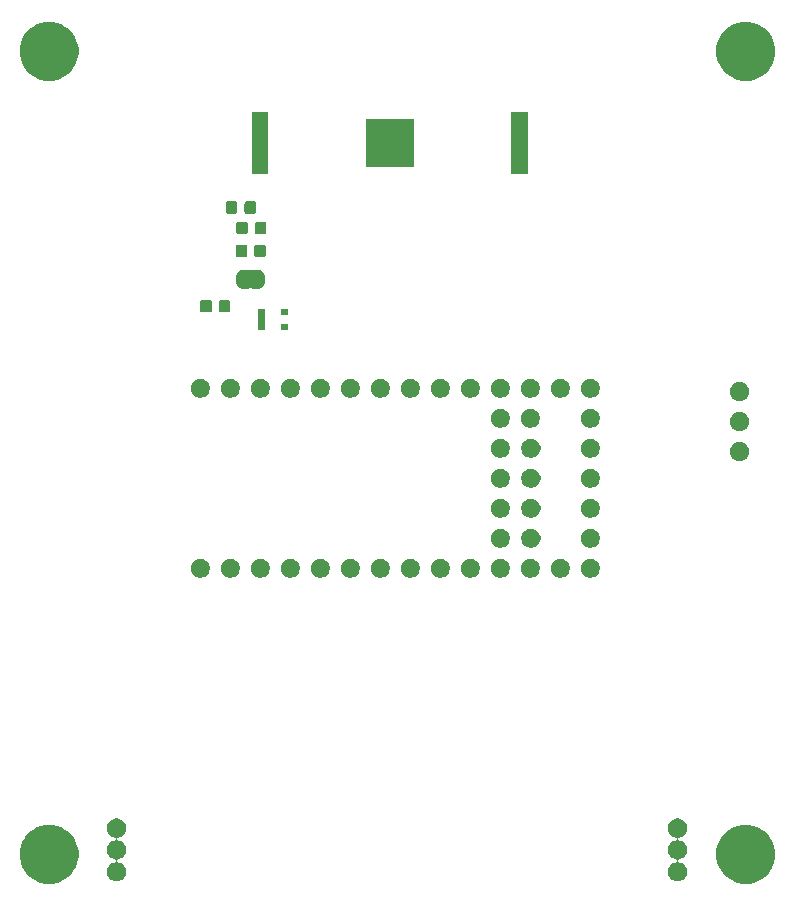
<source format=gbs>
G04 #@! TF.GenerationSoftware,KiCad,Pcbnew,(5.1.4)-1*
G04 #@! TF.CreationDate,2019-12-09T14:47:43+01:00*
G04 #@! TF.ProjectId,teensy4_header_breakout,7465656e-7379-4345-9f68-65616465725f,rev?*
G04 #@! TF.SameCoordinates,Original*
G04 #@! TF.FileFunction,Soldermask,Bot*
G04 #@! TF.FilePolarity,Negative*
%FSLAX46Y46*%
G04 Gerber Fmt 4.6, Leading zero omitted, Abs format (unit mm)*
G04 Created by KiCad (PCBNEW (5.1.4)-1) date 2019-12-09 14:47:43*
%MOMM*%
%LPD*%
G04 APERTURE LIST*
%ADD10C,0.100000*%
G04 APERTURE END LIST*
D10*
G36*
X173309312Y-140239673D02*
G01*
X173764282Y-140428128D01*
X173764284Y-140428129D01*
X173970405Y-140565855D01*
X174173746Y-140701723D01*
X174521967Y-141049944D01*
X174650446Y-141242227D01*
X174766295Y-141415606D01*
X174795562Y-141459408D01*
X174984017Y-141914378D01*
X175080090Y-142397370D01*
X175080090Y-142889830D01*
X174984017Y-143372822D01*
X174833519Y-143736155D01*
X174795561Y-143827794D01*
X174521966Y-144237257D01*
X174173747Y-144585476D01*
X173764284Y-144859071D01*
X173764283Y-144859072D01*
X173764282Y-144859072D01*
X173309312Y-145047527D01*
X172826320Y-145143600D01*
X172333860Y-145143600D01*
X171850868Y-145047527D01*
X171395898Y-144859072D01*
X171395897Y-144859072D01*
X171395896Y-144859071D01*
X170986433Y-144585476D01*
X170638214Y-144237257D01*
X170364619Y-143827794D01*
X170326661Y-143736155D01*
X170176163Y-143372822D01*
X170080090Y-142889830D01*
X170080090Y-142397370D01*
X170176163Y-141914378D01*
X170364618Y-141459408D01*
X170393886Y-141415606D01*
X170509734Y-141242227D01*
X170638213Y-141049944D01*
X170986434Y-140701723D01*
X171189775Y-140565855D01*
X171395896Y-140428129D01*
X171395898Y-140428128D01*
X171850868Y-140239673D01*
X172333860Y-140143600D01*
X172826320Y-140143600D01*
X173309312Y-140239673D01*
X173309312Y-140239673D01*
G37*
G36*
X114325902Y-140239673D02*
G01*
X114780872Y-140428128D01*
X114780874Y-140428129D01*
X114986995Y-140565855D01*
X115190336Y-140701723D01*
X115538557Y-141049944D01*
X115667036Y-141242227D01*
X115782885Y-141415606D01*
X115812152Y-141459408D01*
X116000607Y-141914378D01*
X116096680Y-142397370D01*
X116096680Y-142889830D01*
X116000607Y-143372822D01*
X115850109Y-143736155D01*
X115812151Y-143827794D01*
X115538556Y-144237257D01*
X115190337Y-144585476D01*
X114780874Y-144859071D01*
X114780873Y-144859072D01*
X114780872Y-144859072D01*
X114325902Y-145047527D01*
X113842910Y-145143600D01*
X113350450Y-145143600D01*
X112867458Y-145047527D01*
X112412488Y-144859072D01*
X112412487Y-144859072D01*
X112412486Y-144859071D01*
X112003023Y-144585476D01*
X111654804Y-144237257D01*
X111381209Y-143827794D01*
X111343251Y-143736155D01*
X111192753Y-143372822D01*
X111096680Y-142889830D01*
X111096680Y-142397370D01*
X111192753Y-141914378D01*
X111381208Y-141459408D01*
X111410476Y-141415606D01*
X111526324Y-141242227D01*
X111654803Y-141049944D01*
X112003024Y-140701723D01*
X112206365Y-140565855D01*
X112412486Y-140428129D01*
X112412488Y-140428128D01*
X112867458Y-140239673D01*
X113350450Y-140143600D01*
X113842910Y-140143600D01*
X114325902Y-140239673D01*
X114325902Y-140239673D01*
G37*
G36*
X119546985Y-139639595D02*
G01*
X119694904Y-139700865D01*
X119694905Y-139700866D01*
X119828030Y-139789817D01*
X119941243Y-139903030D01*
X119941244Y-139903032D01*
X120030195Y-140036156D01*
X120091465Y-140184075D01*
X120122700Y-140341105D01*
X120122700Y-140501215D01*
X120091465Y-140658245D01*
X120030195Y-140806164D01*
X120030194Y-140806165D01*
X119941243Y-140939290D01*
X119828030Y-141052503D01*
X119761015Y-141097281D01*
X119694904Y-141141455D01*
X119546985Y-141202725D01*
X119442224Y-141223563D01*
X119418775Y-141230676D01*
X119397164Y-141242227D01*
X119378222Y-141257772D01*
X119362677Y-141276714D01*
X119351126Y-141298325D01*
X119344013Y-141321774D01*
X119341611Y-141346160D01*
X119344013Y-141370546D01*
X119351126Y-141393995D01*
X119362677Y-141415606D01*
X119378222Y-141434548D01*
X119397164Y-141450093D01*
X119418775Y-141461644D01*
X119442224Y-141468757D01*
X119546985Y-141489595D01*
X119694904Y-141550865D01*
X119694905Y-141550866D01*
X119828030Y-141639817D01*
X119941243Y-141753030D01*
X119941244Y-141753032D01*
X120030195Y-141886156D01*
X120091465Y-142034075D01*
X120122700Y-142191105D01*
X120122700Y-142351215D01*
X120091465Y-142508245D01*
X120030195Y-142656164D01*
X120030194Y-142656165D01*
X119941243Y-142789290D01*
X119828030Y-142902503D01*
X119761015Y-142947281D01*
X119694904Y-142991455D01*
X119546985Y-143052725D01*
X119442224Y-143073563D01*
X119418775Y-143080676D01*
X119397164Y-143092227D01*
X119378222Y-143107772D01*
X119362677Y-143126714D01*
X119351126Y-143148325D01*
X119344013Y-143171774D01*
X119341611Y-143196160D01*
X119344013Y-143220546D01*
X119351126Y-143243995D01*
X119362677Y-143265606D01*
X119378222Y-143284548D01*
X119397164Y-143300093D01*
X119418775Y-143311644D01*
X119442224Y-143318757D01*
X119546985Y-143339595D01*
X119694904Y-143400865D01*
X119694905Y-143400866D01*
X119828030Y-143489817D01*
X119941243Y-143603030D01*
X119941244Y-143603032D01*
X120030195Y-143736156D01*
X120091465Y-143884075D01*
X120122700Y-144041105D01*
X120122700Y-144201215D01*
X120091465Y-144358245D01*
X120030195Y-144506164D01*
X120030194Y-144506165D01*
X119941243Y-144639290D01*
X119828030Y-144752503D01*
X119761015Y-144797281D01*
X119694904Y-144841455D01*
X119546985Y-144902725D01*
X119389955Y-144933960D01*
X119229845Y-144933960D01*
X119072815Y-144902725D01*
X118924896Y-144841455D01*
X118858785Y-144797281D01*
X118791770Y-144752503D01*
X118678557Y-144639290D01*
X118589606Y-144506165D01*
X118589605Y-144506164D01*
X118528335Y-144358245D01*
X118497100Y-144201215D01*
X118497100Y-144041105D01*
X118528335Y-143884075D01*
X118589605Y-143736156D01*
X118678556Y-143603032D01*
X118678557Y-143603030D01*
X118791770Y-143489817D01*
X118924895Y-143400866D01*
X118924896Y-143400865D01*
X119072815Y-143339595D01*
X119177576Y-143318757D01*
X119201025Y-143311644D01*
X119222636Y-143300093D01*
X119241578Y-143284548D01*
X119257123Y-143265606D01*
X119268674Y-143243995D01*
X119275787Y-143220546D01*
X119278189Y-143196160D01*
X119275787Y-143171774D01*
X119268674Y-143148325D01*
X119257123Y-143126714D01*
X119241578Y-143107772D01*
X119222636Y-143092227D01*
X119201025Y-143080676D01*
X119177576Y-143073563D01*
X119072815Y-143052725D01*
X118924896Y-142991455D01*
X118858785Y-142947281D01*
X118791770Y-142902503D01*
X118678557Y-142789290D01*
X118589606Y-142656165D01*
X118589605Y-142656164D01*
X118528335Y-142508245D01*
X118497100Y-142351215D01*
X118497100Y-142191105D01*
X118528335Y-142034075D01*
X118589605Y-141886156D01*
X118678556Y-141753032D01*
X118678557Y-141753030D01*
X118791770Y-141639817D01*
X118924895Y-141550866D01*
X118924896Y-141550865D01*
X119072815Y-141489595D01*
X119177576Y-141468757D01*
X119201025Y-141461644D01*
X119222636Y-141450093D01*
X119241578Y-141434548D01*
X119257123Y-141415606D01*
X119268674Y-141393995D01*
X119275787Y-141370546D01*
X119278189Y-141346160D01*
X119275787Y-141321774D01*
X119268674Y-141298325D01*
X119257123Y-141276714D01*
X119241578Y-141257772D01*
X119222636Y-141242227D01*
X119201025Y-141230676D01*
X119177576Y-141223563D01*
X119072815Y-141202725D01*
X118924896Y-141141455D01*
X118858785Y-141097281D01*
X118791770Y-141052503D01*
X118678557Y-140939290D01*
X118589606Y-140806165D01*
X118589605Y-140806164D01*
X118528335Y-140658245D01*
X118497100Y-140501215D01*
X118497100Y-140341105D01*
X118528335Y-140184075D01*
X118589605Y-140036156D01*
X118678556Y-139903032D01*
X118678557Y-139903030D01*
X118791770Y-139789817D01*
X118924895Y-139700866D01*
X118924896Y-139700865D01*
X119072815Y-139639595D01*
X119229845Y-139608360D01*
X119389955Y-139608360D01*
X119546985Y-139639595D01*
X119546985Y-139639595D01*
G37*
G36*
X167046985Y-139639595D02*
G01*
X167194904Y-139700865D01*
X167194905Y-139700866D01*
X167328030Y-139789817D01*
X167441243Y-139903030D01*
X167441244Y-139903032D01*
X167530195Y-140036156D01*
X167591465Y-140184075D01*
X167622700Y-140341105D01*
X167622700Y-140501215D01*
X167591465Y-140658245D01*
X167530195Y-140806164D01*
X167530194Y-140806165D01*
X167441243Y-140939290D01*
X167328030Y-141052503D01*
X167261015Y-141097281D01*
X167194904Y-141141455D01*
X167046985Y-141202725D01*
X166942224Y-141223563D01*
X166918775Y-141230676D01*
X166897164Y-141242227D01*
X166878222Y-141257772D01*
X166862677Y-141276714D01*
X166851126Y-141298325D01*
X166844013Y-141321774D01*
X166841611Y-141346160D01*
X166844013Y-141370546D01*
X166851126Y-141393995D01*
X166862677Y-141415606D01*
X166878222Y-141434548D01*
X166897164Y-141450093D01*
X166918775Y-141461644D01*
X166942224Y-141468757D01*
X167046985Y-141489595D01*
X167194904Y-141550865D01*
X167194905Y-141550866D01*
X167328030Y-141639817D01*
X167441243Y-141753030D01*
X167441244Y-141753032D01*
X167530195Y-141886156D01*
X167591465Y-142034075D01*
X167622700Y-142191105D01*
X167622700Y-142351215D01*
X167591465Y-142508245D01*
X167530195Y-142656164D01*
X167530194Y-142656165D01*
X167441243Y-142789290D01*
X167328030Y-142902503D01*
X167261015Y-142947281D01*
X167194904Y-142991455D01*
X167046985Y-143052725D01*
X166942224Y-143073563D01*
X166918775Y-143080676D01*
X166897164Y-143092227D01*
X166878222Y-143107772D01*
X166862677Y-143126714D01*
X166851126Y-143148325D01*
X166844013Y-143171774D01*
X166841611Y-143196160D01*
X166844013Y-143220546D01*
X166851126Y-143243995D01*
X166862677Y-143265606D01*
X166878222Y-143284548D01*
X166897164Y-143300093D01*
X166918775Y-143311644D01*
X166942224Y-143318757D01*
X167046985Y-143339595D01*
X167194904Y-143400865D01*
X167194905Y-143400866D01*
X167328030Y-143489817D01*
X167441243Y-143603030D01*
X167441244Y-143603032D01*
X167530195Y-143736156D01*
X167591465Y-143884075D01*
X167622700Y-144041105D01*
X167622700Y-144201215D01*
X167591465Y-144358245D01*
X167530195Y-144506164D01*
X167530194Y-144506165D01*
X167441243Y-144639290D01*
X167328030Y-144752503D01*
X167261015Y-144797281D01*
X167194904Y-144841455D01*
X167046985Y-144902725D01*
X166889955Y-144933960D01*
X166729845Y-144933960D01*
X166572815Y-144902725D01*
X166424896Y-144841455D01*
X166358785Y-144797281D01*
X166291770Y-144752503D01*
X166178557Y-144639290D01*
X166089606Y-144506165D01*
X166089605Y-144506164D01*
X166028335Y-144358245D01*
X165997100Y-144201215D01*
X165997100Y-144041105D01*
X166028335Y-143884075D01*
X166089605Y-143736156D01*
X166178556Y-143603032D01*
X166178557Y-143603030D01*
X166291770Y-143489817D01*
X166424895Y-143400866D01*
X166424896Y-143400865D01*
X166572815Y-143339595D01*
X166677576Y-143318757D01*
X166701025Y-143311644D01*
X166722636Y-143300093D01*
X166741578Y-143284548D01*
X166757123Y-143265606D01*
X166768674Y-143243995D01*
X166775787Y-143220546D01*
X166778189Y-143196160D01*
X166775787Y-143171774D01*
X166768674Y-143148325D01*
X166757123Y-143126714D01*
X166741578Y-143107772D01*
X166722636Y-143092227D01*
X166701025Y-143080676D01*
X166677576Y-143073563D01*
X166572815Y-143052725D01*
X166424896Y-142991455D01*
X166358785Y-142947281D01*
X166291770Y-142902503D01*
X166178557Y-142789290D01*
X166089606Y-142656165D01*
X166089605Y-142656164D01*
X166028335Y-142508245D01*
X165997100Y-142351215D01*
X165997100Y-142191105D01*
X166028335Y-142034075D01*
X166089605Y-141886156D01*
X166178556Y-141753032D01*
X166178557Y-141753030D01*
X166291770Y-141639817D01*
X166424895Y-141550866D01*
X166424896Y-141550865D01*
X166572815Y-141489595D01*
X166677576Y-141468757D01*
X166701025Y-141461644D01*
X166722636Y-141450093D01*
X166741578Y-141434548D01*
X166757123Y-141415606D01*
X166768674Y-141393995D01*
X166775787Y-141370546D01*
X166778189Y-141346160D01*
X166775787Y-141321774D01*
X166768674Y-141298325D01*
X166757123Y-141276714D01*
X166741578Y-141257772D01*
X166722636Y-141242227D01*
X166701025Y-141230676D01*
X166677576Y-141223563D01*
X166572815Y-141202725D01*
X166424896Y-141141455D01*
X166358785Y-141097281D01*
X166291770Y-141052503D01*
X166178557Y-140939290D01*
X166089606Y-140806165D01*
X166089605Y-140806164D01*
X166028335Y-140658245D01*
X165997100Y-140501215D01*
X165997100Y-140341105D01*
X166028335Y-140184075D01*
X166089605Y-140036156D01*
X166178556Y-139903032D01*
X166178557Y-139903030D01*
X166291770Y-139789817D01*
X166424895Y-139700866D01*
X166424896Y-139700865D01*
X166572815Y-139639595D01*
X166729845Y-139608360D01*
X166889955Y-139608360D01*
X167046985Y-139639595D01*
X167046985Y-139639595D01*
G37*
G36*
X144412565Y-117640855D02*
G01*
X144560484Y-117702125D01*
X144560485Y-117702126D01*
X144693610Y-117791077D01*
X144806823Y-117904290D01*
X144806824Y-117904292D01*
X144895775Y-118037416D01*
X144957045Y-118185335D01*
X144988280Y-118342365D01*
X144988280Y-118502475D01*
X144957045Y-118659505D01*
X144895775Y-118807424D01*
X144895774Y-118807425D01*
X144806823Y-118940550D01*
X144693610Y-119053763D01*
X144626595Y-119098541D01*
X144560484Y-119142715D01*
X144412565Y-119203985D01*
X144255535Y-119235220D01*
X144095425Y-119235220D01*
X143938395Y-119203985D01*
X143790476Y-119142715D01*
X143724365Y-119098541D01*
X143657350Y-119053763D01*
X143544137Y-118940550D01*
X143455186Y-118807425D01*
X143455185Y-118807424D01*
X143393915Y-118659505D01*
X143362680Y-118502475D01*
X143362680Y-118342365D01*
X143393915Y-118185335D01*
X143455185Y-118037416D01*
X143544136Y-117904292D01*
X143544137Y-117904290D01*
X143657350Y-117791077D01*
X143790475Y-117702126D01*
X143790476Y-117702125D01*
X143938395Y-117640855D01*
X144095425Y-117609620D01*
X144255535Y-117609620D01*
X144412565Y-117640855D01*
X144412565Y-117640855D01*
G37*
G36*
X141872565Y-117640855D02*
G01*
X142020484Y-117702125D01*
X142020485Y-117702126D01*
X142153610Y-117791077D01*
X142266823Y-117904290D01*
X142266824Y-117904292D01*
X142355775Y-118037416D01*
X142417045Y-118185335D01*
X142448280Y-118342365D01*
X142448280Y-118502475D01*
X142417045Y-118659505D01*
X142355775Y-118807424D01*
X142355774Y-118807425D01*
X142266823Y-118940550D01*
X142153610Y-119053763D01*
X142086595Y-119098541D01*
X142020484Y-119142715D01*
X141872565Y-119203985D01*
X141715535Y-119235220D01*
X141555425Y-119235220D01*
X141398395Y-119203985D01*
X141250476Y-119142715D01*
X141184365Y-119098541D01*
X141117350Y-119053763D01*
X141004137Y-118940550D01*
X140915186Y-118807425D01*
X140915185Y-118807424D01*
X140853915Y-118659505D01*
X140822680Y-118502475D01*
X140822680Y-118342365D01*
X140853915Y-118185335D01*
X140915185Y-118037416D01*
X141004136Y-117904292D01*
X141004137Y-117904290D01*
X141117350Y-117791077D01*
X141250475Y-117702126D01*
X141250476Y-117702125D01*
X141398395Y-117640855D01*
X141555425Y-117609620D01*
X141715535Y-117609620D01*
X141872565Y-117640855D01*
X141872565Y-117640855D01*
G37*
G36*
X152032565Y-117640855D02*
G01*
X152180484Y-117702125D01*
X152180485Y-117702126D01*
X152313610Y-117791077D01*
X152426823Y-117904290D01*
X152426824Y-117904292D01*
X152515775Y-118037416D01*
X152577045Y-118185335D01*
X152608280Y-118342365D01*
X152608280Y-118502475D01*
X152577045Y-118659505D01*
X152515775Y-118807424D01*
X152515774Y-118807425D01*
X152426823Y-118940550D01*
X152313610Y-119053763D01*
X152246595Y-119098541D01*
X152180484Y-119142715D01*
X152032565Y-119203985D01*
X151875535Y-119235220D01*
X151715425Y-119235220D01*
X151558395Y-119203985D01*
X151410476Y-119142715D01*
X151344365Y-119098541D01*
X151277350Y-119053763D01*
X151164137Y-118940550D01*
X151075186Y-118807425D01*
X151075185Y-118807424D01*
X151013915Y-118659505D01*
X150982680Y-118502475D01*
X150982680Y-118342365D01*
X151013915Y-118185335D01*
X151075185Y-118037416D01*
X151164136Y-117904292D01*
X151164137Y-117904290D01*
X151277350Y-117791077D01*
X151410475Y-117702126D01*
X151410476Y-117702125D01*
X151558395Y-117640855D01*
X151715425Y-117609620D01*
X151875535Y-117609620D01*
X152032565Y-117640855D01*
X152032565Y-117640855D01*
G37*
G36*
X149492565Y-117640855D02*
G01*
X149640484Y-117702125D01*
X149640485Y-117702126D01*
X149773610Y-117791077D01*
X149886823Y-117904290D01*
X149886824Y-117904292D01*
X149975775Y-118037416D01*
X150037045Y-118185335D01*
X150068280Y-118342365D01*
X150068280Y-118502475D01*
X150037045Y-118659505D01*
X149975775Y-118807424D01*
X149975774Y-118807425D01*
X149886823Y-118940550D01*
X149773610Y-119053763D01*
X149706595Y-119098541D01*
X149640484Y-119142715D01*
X149492565Y-119203985D01*
X149335535Y-119235220D01*
X149175425Y-119235220D01*
X149018395Y-119203985D01*
X148870476Y-119142715D01*
X148804365Y-119098541D01*
X148737350Y-119053763D01*
X148624137Y-118940550D01*
X148535186Y-118807425D01*
X148535185Y-118807424D01*
X148473915Y-118659505D01*
X148442680Y-118502475D01*
X148442680Y-118342365D01*
X148473915Y-118185335D01*
X148535185Y-118037416D01*
X148624136Y-117904292D01*
X148624137Y-117904290D01*
X148737350Y-117791077D01*
X148870475Y-117702126D01*
X148870476Y-117702125D01*
X149018395Y-117640855D01*
X149175425Y-117609620D01*
X149335535Y-117609620D01*
X149492565Y-117640855D01*
X149492565Y-117640855D01*
G37*
G36*
X146952565Y-117640855D02*
G01*
X147100484Y-117702125D01*
X147100485Y-117702126D01*
X147233610Y-117791077D01*
X147346823Y-117904290D01*
X147346824Y-117904292D01*
X147435775Y-118037416D01*
X147497045Y-118185335D01*
X147528280Y-118342365D01*
X147528280Y-118502475D01*
X147497045Y-118659505D01*
X147435775Y-118807424D01*
X147435774Y-118807425D01*
X147346823Y-118940550D01*
X147233610Y-119053763D01*
X147166595Y-119098541D01*
X147100484Y-119142715D01*
X146952565Y-119203985D01*
X146795535Y-119235220D01*
X146635425Y-119235220D01*
X146478395Y-119203985D01*
X146330476Y-119142715D01*
X146264365Y-119098541D01*
X146197350Y-119053763D01*
X146084137Y-118940550D01*
X145995186Y-118807425D01*
X145995185Y-118807424D01*
X145933915Y-118659505D01*
X145902680Y-118502475D01*
X145902680Y-118342365D01*
X145933915Y-118185335D01*
X145995185Y-118037416D01*
X146084136Y-117904292D01*
X146084137Y-117904290D01*
X146197350Y-117791077D01*
X146330475Y-117702126D01*
X146330476Y-117702125D01*
X146478395Y-117640855D01*
X146635425Y-117609620D01*
X146795535Y-117609620D01*
X146952565Y-117640855D01*
X146952565Y-117640855D01*
G37*
G36*
X139332565Y-117640855D02*
G01*
X139480484Y-117702125D01*
X139480485Y-117702126D01*
X139613610Y-117791077D01*
X139726823Y-117904290D01*
X139726824Y-117904292D01*
X139815775Y-118037416D01*
X139877045Y-118185335D01*
X139908280Y-118342365D01*
X139908280Y-118502475D01*
X139877045Y-118659505D01*
X139815775Y-118807424D01*
X139815774Y-118807425D01*
X139726823Y-118940550D01*
X139613610Y-119053763D01*
X139546595Y-119098541D01*
X139480484Y-119142715D01*
X139332565Y-119203985D01*
X139175535Y-119235220D01*
X139015425Y-119235220D01*
X138858395Y-119203985D01*
X138710476Y-119142715D01*
X138644365Y-119098541D01*
X138577350Y-119053763D01*
X138464137Y-118940550D01*
X138375186Y-118807425D01*
X138375185Y-118807424D01*
X138313915Y-118659505D01*
X138282680Y-118502475D01*
X138282680Y-118342365D01*
X138313915Y-118185335D01*
X138375185Y-118037416D01*
X138464136Y-117904292D01*
X138464137Y-117904290D01*
X138577350Y-117791077D01*
X138710475Y-117702126D01*
X138710476Y-117702125D01*
X138858395Y-117640855D01*
X139015425Y-117609620D01*
X139175535Y-117609620D01*
X139332565Y-117640855D01*
X139332565Y-117640855D01*
G37*
G36*
X136792565Y-117640855D02*
G01*
X136940484Y-117702125D01*
X136940485Y-117702126D01*
X137073610Y-117791077D01*
X137186823Y-117904290D01*
X137186824Y-117904292D01*
X137275775Y-118037416D01*
X137337045Y-118185335D01*
X137368280Y-118342365D01*
X137368280Y-118502475D01*
X137337045Y-118659505D01*
X137275775Y-118807424D01*
X137275774Y-118807425D01*
X137186823Y-118940550D01*
X137073610Y-119053763D01*
X137006595Y-119098541D01*
X136940484Y-119142715D01*
X136792565Y-119203985D01*
X136635535Y-119235220D01*
X136475425Y-119235220D01*
X136318395Y-119203985D01*
X136170476Y-119142715D01*
X136104365Y-119098541D01*
X136037350Y-119053763D01*
X135924137Y-118940550D01*
X135835186Y-118807425D01*
X135835185Y-118807424D01*
X135773915Y-118659505D01*
X135742680Y-118502475D01*
X135742680Y-118342365D01*
X135773915Y-118185335D01*
X135835185Y-118037416D01*
X135924136Y-117904292D01*
X135924137Y-117904290D01*
X136037350Y-117791077D01*
X136170475Y-117702126D01*
X136170476Y-117702125D01*
X136318395Y-117640855D01*
X136475425Y-117609620D01*
X136635535Y-117609620D01*
X136792565Y-117640855D01*
X136792565Y-117640855D01*
G37*
G36*
X131712565Y-117640855D02*
G01*
X131860484Y-117702125D01*
X131860485Y-117702126D01*
X131993610Y-117791077D01*
X132106823Y-117904290D01*
X132106824Y-117904292D01*
X132195775Y-118037416D01*
X132257045Y-118185335D01*
X132288280Y-118342365D01*
X132288280Y-118502475D01*
X132257045Y-118659505D01*
X132195775Y-118807424D01*
X132195774Y-118807425D01*
X132106823Y-118940550D01*
X131993610Y-119053763D01*
X131926595Y-119098541D01*
X131860484Y-119142715D01*
X131712565Y-119203985D01*
X131555535Y-119235220D01*
X131395425Y-119235220D01*
X131238395Y-119203985D01*
X131090476Y-119142715D01*
X131024365Y-119098541D01*
X130957350Y-119053763D01*
X130844137Y-118940550D01*
X130755186Y-118807425D01*
X130755185Y-118807424D01*
X130693915Y-118659505D01*
X130662680Y-118502475D01*
X130662680Y-118342365D01*
X130693915Y-118185335D01*
X130755185Y-118037416D01*
X130844136Y-117904292D01*
X130844137Y-117904290D01*
X130957350Y-117791077D01*
X131090475Y-117702126D01*
X131090476Y-117702125D01*
X131238395Y-117640855D01*
X131395425Y-117609620D01*
X131555535Y-117609620D01*
X131712565Y-117640855D01*
X131712565Y-117640855D01*
G37*
G36*
X129172565Y-117640855D02*
G01*
X129320484Y-117702125D01*
X129320485Y-117702126D01*
X129453610Y-117791077D01*
X129566823Y-117904290D01*
X129566824Y-117904292D01*
X129655775Y-118037416D01*
X129717045Y-118185335D01*
X129748280Y-118342365D01*
X129748280Y-118502475D01*
X129717045Y-118659505D01*
X129655775Y-118807424D01*
X129655774Y-118807425D01*
X129566823Y-118940550D01*
X129453610Y-119053763D01*
X129386595Y-119098541D01*
X129320484Y-119142715D01*
X129172565Y-119203985D01*
X129015535Y-119235220D01*
X128855425Y-119235220D01*
X128698395Y-119203985D01*
X128550476Y-119142715D01*
X128484365Y-119098541D01*
X128417350Y-119053763D01*
X128304137Y-118940550D01*
X128215186Y-118807425D01*
X128215185Y-118807424D01*
X128153915Y-118659505D01*
X128122680Y-118502475D01*
X128122680Y-118342365D01*
X128153915Y-118185335D01*
X128215185Y-118037416D01*
X128304136Y-117904292D01*
X128304137Y-117904290D01*
X128417350Y-117791077D01*
X128550475Y-117702126D01*
X128550476Y-117702125D01*
X128698395Y-117640855D01*
X128855425Y-117609620D01*
X129015535Y-117609620D01*
X129172565Y-117640855D01*
X129172565Y-117640855D01*
G37*
G36*
X126632565Y-117640855D02*
G01*
X126780484Y-117702125D01*
X126780485Y-117702126D01*
X126913610Y-117791077D01*
X127026823Y-117904290D01*
X127026824Y-117904292D01*
X127115775Y-118037416D01*
X127177045Y-118185335D01*
X127208280Y-118342365D01*
X127208280Y-118502475D01*
X127177045Y-118659505D01*
X127115775Y-118807424D01*
X127115774Y-118807425D01*
X127026823Y-118940550D01*
X126913610Y-119053763D01*
X126846595Y-119098541D01*
X126780484Y-119142715D01*
X126632565Y-119203985D01*
X126475535Y-119235220D01*
X126315425Y-119235220D01*
X126158395Y-119203985D01*
X126010476Y-119142715D01*
X125944365Y-119098541D01*
X125877350Y-119053763D01*
X125764137Y-118940550D01*
X125675186Y-118807425D01*
X125675185Y-118807424D01*
X125613915Y-118659505D01*
X125582680Y-118502475D01*
X125582680Y-118342365D01*
X125613915Y-118185335D01*
X125675185Y-118037416D01*
X125764136Y-117904292D01*
X125764137Y-117904290D01*
X125877350Y-117791077D01*
X126010475Y-117702126D01*
X126010476Y-117702125D01*
X126158395Y-117640855D01*
X126315425Y-117609620D01*
X126475535Y-117609620D01*
X126632565Y-117640855D01*
X126632565Y-117640855D01*
G37*
G36*
X157112565Y-117640855D02*
G01*
X157260484Y-117702125D01*
X157260485Y-117702126D01*
X157393610Y-117791077D01*
X157506823Y-117904290D01*
X157506824Y-117904292D01*
X157595775Y-118037416D01*
X157657045Y-118185335D01*
X157688280Y-118342365D01*
X157688280Y-118502475D01*
X157657045Y-118659505D01*
X157595775Y-118807424D01*
X157595774Y-118807425D01*
X157506823Y-118940550D01*
X157393610Y-119053763D01*
X157326595Y-119098541D01*
X157260484Y-119142715D01*
X157112565Y-119203985D01*
X156955535Y-119235220D01*
X156795425Y-119235220D01*
X156638395Y-119203985D01*
X156490476Y-119142715D01*
X156424365Y-119098541D01*
X156357350Y-119053763D01*
X156244137Y-118940550D01*
X156155186Y-118807425D01*
X156155185Y-118807424D01*
X156093915Y-118659505D01*
X156062680Y-118502475D01*
X156062680Y-118342365D01*
X156093915Y-118185335D01*
X156155185Y-118037416D01*
X156244136Y-117904292D01*
X156244137Y-117904290D01*
X156357350Y-117791077D01*
X156490475Y-117702126D01*
X156490476Y-117702125D01*
X156638395Y-117640855D01*
X156795425Y-117609620D01*
X156955535Y-117609620D01*
X157112565Y-117640855D01*
X157112565Y-117640855D01*
G37*
G36*
X159652565Y-117640855D02*
G01*
X159800484Y-117702125D01*
X159800485Y-117702126D01*
X159933610Y-117791077D01*
X160046823Y-117904290D01*
X160046824Y-117904292D01*
X160135775Y-118037416D01*
X160197045Y-118185335D01*
X160228280Y-118342365D01*
X160228280Y-118502475D01*
X160197045Y-118659505D01*
X160135775Y-118807424D01*
X160135774Y-118807425D01*
X160046823Y-118940550D01*
X159933610Y-119053763D01*
X159866595Y-119098541D01*
X159800484Y-119142715D01*
X159652565Y-119203985D01*
X159495535Y-119235220D01*
X159335425Y-119235220D01*
X159178395Y-119203985D01*
X159030476Y-119142715D01*
X158964365Y-119098541D01*
X158897350Y-119053763D01*
X158784137Y-118940550D01*
X158695186Y-118807425D01*
X158695185Y-118807424D01*
X158633915Y-118659505D01*
X158602680Y-118502475D01*
X158602680Y-118342365D01*
X158633915Y-118185335D01*
X158695185Y-118037416D01*
X158784136Y-117904292D01*
X158784137Y-117904290D01*
X158897350Y-117791077D01*
X159030475Y-117702126D01*
X159030476Y-117702125D01*
X159178395Y-117640855D01*
X159335425Y-117609620D01*
X159495535Y-117609620D01*
X159652565Y-117640855D01*
X159652565Y-117640855D01*
G37*
G36*
X154572565Y-117640855D02*
G01*
X154720484Y-117702125D01*
X154720485Y-117702126D01*
X154853610Y-117791077D01*
X154966823Y-117904290D01*
X154966824Y-117904292D01*
X155055775Y-118037416D01*
X155117045Y-118185335D01*
X155148280Y-118342365D01*
X155148280Y-118502475D01*
X155117045Y-118659505D01*
X155055775Y-118807424D01*
X155055774Y-118807425D01*
X154966823Y-118940550D01*
X154853610Y-119053763D01*
X154786595Y-119098541D01*
X154720484Y-119142715D01*
X154572565Y-119203985D01*
X154415535Y-119235220D01*
X154255425Y-119235220D01*
X154098395Y-119203985D01*
X153950476Y-119142715D01*
X153884365Y-119098541D01*
X153817350Y-119053763D01*
X153704137Y-118940550D01*
X153615186Y-118807425D01*
X153615185Y-118807424D01*
X153553915Y-118659505D01*
X153522680Y-118502475D01*
X153522680Y-118342365D01*
X153553915Y-118185335D01*
X153615185Y-118037416D01*
X153704136Y-117904292D01*
X153704137Y-117904290D01*
X153817350Y-117791077D01*
X153950475Y-117702126D01*
X153950476Y-117702125D01*
X154098395Y-117640855D01*
X154255425Y-117609620D01*
X154415535Y-117609620D01*
X154572565Y-117640855D01*
X154572565Y-117640855D01*
G37*
G36*
X134252565Y-117640855D02*
G01*
X134400484Y-117702125D01*
X134400485Y-117702126D01*
X134533610Y-117791077D01*
X134646823Y-117904290D01*
X134646824Y-117904292D01*
X134735775Y-118037416D01*
X134797045Y-118185335D01*
X134828280Y-118342365D01*
X134828280Y-118502475D01*
X134797045Y-118659505D01*
X134735775Y-118807424D01*
X134735774Y-118807425D01*
X134646823Y-118940550D01*
X134533610Y-119053763D01*
X134466595Y-119098541D01*
X134400484Y-119142715D01*
X134252565Y-119203985D01*
X134095535Y-119235220D01*
X133935425Y-119235220D01*
X133778395Y-119203985D01*
X133630476Y-119142715D01*
X133564365Y-119098541D01*
X133497350Y-119053763D01*
X133384137Y-118940550D01*
X133295186Y-118807425D01*
X133295185Y-118807424D01*
X133233915Y-118659505D01*
X133202680Y-118502475D01*
X133202680Y-118342365D01*
X133233915Y-118185335D01*
X133295185Y-118037416D01*
X133384136Y-117904292D01*
X133384137Y-117904290D01*
X133497350Y-117791077D01*
X133630475Y-117702126D01*
X133630476Y-117702125D01*
X133778395Y-117640855D01*
X133935425Y-117609620D01*
X134095535Y-117609620D01*
X134252565Y-117640855D01*
X134252565Y-117640855D01*
G37*
G36*
X152032565Y-115100855D02*
G01*
X152180484Y-115162125D01*
X152180485Y-115162126D01*
X152313610Y-115251077D01*
X152426823Y-115364290D01*
X152426824Y-115364292D01*
X152515775Y-115497416D01*
X152577045Y-115645335D01*
X152608280Y-115802365D01*
X152608280Y-115962475D01*
X152577045Y-116119505D01*
X152515775Y-116267424D01*
X152515774Y-116267425D01*
X152426823Y-116400550D01*
X152313610Y-116513763D01*
X152246595Y-116558541D01*
X152180484Y-116602715D01*
X152032565Y-116663985D01*
X151875535Y-116695220D01*
X151715425Y-116695220D01*
X151558395Y-116663985D01*
X151410476Y-116602715D01*
X151344365Y-116558541D01*
X151277350Y-116513763D01*
X151164137Y-116400550D01*
X151075186Y-116267425D01*
X151075185Y-116267424D01*
X151013915Y-116119505D01*
X150982680Y-115962475D01*
X150982680Y-115802365D01*
X151013915Y-115645335D01*
X151075185Y-115497416D01*
X151164136Y-115364292D01*
X151164137Y-115364290D01*
X151277350Y-115251077D01*
X151410475Y-115162126D01*
X151410476Y-115162125D01*
X151558395Y-115100855D01*
X151715425Y-115069620D01*
X151875535Y-115069620D01*
X152032565Y-115100855D01*
X152032565Y-115100855D01*
G37*
G36*
X159652565Y-115100855D02*
G01*
X159800484Y-115162125D01*
X159800485Y-115162126D01*
X159933610Y-115251077D01*
X160046823Y-115364290D01*
X160046824Y-115364292D01*
X160135775Y-115497416D01*
X160197045Y-115645335D01*
X160228280Y-115802365D01*
X160228280Y-115962475D01*
X160197045Y-116119505D01*
X160135775Y-116267424D01*
X160135774Y-116267425D01*
X160046823Y-116400550D01*
X159933610Y-116513763D01*
X159866595Y-116558541D01*
X159800484Y-116602715D01*
X159652565Y-116663985D01*
X159495535Y-116695220D01*
X159335425Y-116695220D01*
X159178395Y-116663985D01*
X159030476Y-116602715D01*
X158964365Y-116558541D01*
X158897350Y-116513763D01*
X158784137Y-116400550D01*
X158695186Y-116267425D01*
X158695185Y-116267424D01*
X158633915Y-116119505D01*
X158602680Y-115962475D01*
X158602680Y-115802365D01*
X158633915Y-115645335D01*
X158695185Y-115497416D01*
X158784136Y-115364292D01*
X158784137Y-115364290D01*
X158897350Y-115251077D01*
X159030475Y-115162126D01*
X159030476Y-115162125D01*
X159178395Y-115100855D01*
X159335425Y-115069620D01*
X159495535Y-115069620D01*
X159652565Y-115100855D01*
X159652565Y-115100855D01*
G37*
G36*
X154632565Y-115100855D02*
G01*
X154780484Y-115162125D01*
X154780485Y-115162126D01*
X154913610Y-115251077D01*
X155026823Y-115364290D01*
X155026824Y-115364292D01*
X155115775Y-115497416D01*
X155177045Y-115645335D01*
X155208280Y-115802365D01*
X155208280Y-115962475D01*
X155177045Y-116119505D01*
X155115775Y-116267424D01*
X155115774Y-116267425D01*
X155026823Y-116400550D01*
X154913610Y-116513763D01*
X154846595Y-116558541D01*
X154780484Y-116602715D01*
X154632565Y-116663985D01*
X154475535Y-116695220D01*
X154315425Y-116695220D01*
X154158395Y-116663985D01*
X154010476Y-116602715D01*
X153944365Y-116558541D01*
X153877350Y-116513763D01*
X153764137Y-116400550D01*
X153675186Y-116267425D01*
X153675185Y-116267424D01*
X153613915Y-116119505D01*
X153582680Y-115962475D01*
X153582680Y-115802365D01*
X153613915Y-115645335D01*
X153675185Y-115497416D01*
X153764136Y-115364292D01*
X153764137Y-115364290D01*
X153877350Y-115251077D01*
X154010475Y-115162126D01*
X154010476Y-115162125D01*
X154158395Y-115100855D01*
X154315425Y-115069620D01*
X154475535Y-115069620D01*
X154632565Y-115100855D01*
X154632565Y-115100855D01*
G37*
G36*
X152032565Y-112560855D02*
G01*
X152180484Y-112622125D01*
X152180485Y-112622126D01*
X152313610Y-112711077D01*
X152426823Y-112824290D01*
X152426824Y-112824292D01*
X152515775Y-112957416D01*
X152577045Y-113105335D01*
X152608280Y-113262365D01*
X152608280Y-113422475D01*
X152577045Y-113579505D01*
X152515775Y-113727424D01*
X152515774Y-113727425D01*
X152426823Y-113860550D01*
X152313610Y-113973763D01*
X152246595Y-114018541D01*
X152180484Y-114062715D01*
X152032565Y-114123985D01*
X151875535Y-114155220D01*
X151715425Y-114155220D01*
X151558395Y-114123985D01*
X151410476Y-114062715D01*
X151344365Y-114018541D01*
X151277350Y-113973763D01*
X151164137Y-113860550D01*
X151075186Y-113727425D01*
X151075185Y-113727424D01*
X151013915Y-113579505D01*
X150982680Y-113422475D01*
X150982680Y-113262365D01*
X151013915Y-113105335D01*
X151075185Y-112957416D01*
X151164136Y-112824292D01*
X151164137Y-112824290D01*
X151277350Y-112711077D01*
X151410475Y-112622126D01*
X151410476Y-112622125D01*
X151558395Y-112560855D01*
X151715425Y-112529620D01*
X151875535Y-112529620D01*
X152032565Y-112560855D01*
X152032565Y-112560855D01*
G37*
G36*
X159652565Y-112560855D02*
G01*
X159800484Y-112622125D01*
X159800485Y-112622126D01*
X159933610Y-112711077D01*
X160046823Y-112824290D01*
X160046824Y-112824292D01*
X160135775Y-112957416D01*
X160197045Y-113105335D01*
X160228280Y-113262365D01*
X160228280Y-113422475D01*
X160197045Y-113579505D01*
X160135775Y-113727424D01*
X160135774Y-113727425D01*
X160046823Y-113860550D01*
X159933610Y-113973763D01*
X159866595Y-114018541D01*
X159800484Y-114062715D01*
X159652565Y-114123985D01*
X159495535Y-114155220D01*
X159335425Y-114155220D01*
X159178395Y-114123985D01*
X159030476Y-114062715D01*
X158964365Y-114018541D01*
X158897350Y-113973763D01*
X158784137Y-113860550D01*
X158695186Y-113727425D01*
X158695185Y-113727424D01*
X158633915Y-113579505D01*
X158602680Y-113422475D01*
X158602680Y-113262365D01*
X158633915Y-113105335D01*
X158695185Y-112957416D01*
X158784136Y-112824292D01*
X158784137Y-112824290D01*
X158897350Y-112711077D01*
X159030475Y-112622126D01*
X159030476Y-112622125D01*
X159178395Y-112560855D01*
X159335425Y-112529620D01*
X159495535Y-112529620D01*
X159652565Y-112560855D01*
X159652565Y-112560855D01*
G37*
G36*
X154632565Y-112560855D02*
G01*
X154780484Y-112622125D01*
X154780485Y-112622126D01*
X154913610Y-112711077D01*
X155026823Y-112824290D01*
X155026824Y-112824292D01*
X155115775Y-112957416D01*
X155177045Y-113105335D01*
X155208280Y-113262365D01*
X155208280Y-113422475D01*
X155177045Y-113579505D01*
X155115775Y-113727424D01*
X155115774Y-113727425D01*
X155026823Y-113860550D01*
X154913610Y-113973763D01*
X154846595Y-114018541D01*
X154780484Y-114062715D01*
X154632565Y-114123985D01*
X154475535Y-114155220D01*
X154315425Y-114155220D01*
X154158395Y-114123985D01*
X154010476Y-114062715D01*
X153944365Y-114018541D01*
X153877350Y-113973763D01*
X153764137Y-113860550D01*
X153675186Y-113727425D01*
X153675185Y-113727424D01*
X153613915Y-113579505D01*
X153582680Y-113422475D01*
X153582680Y-113262365D01*
X153613915Y-113105335D01*
X153675185Y-112957416D01*
X153764136Y-112824292D01*
X153764137Y-112824290D01*
X153877350Y-112711077D01*
X154010475Y-112622126D01*
X154010476Y-112622125D01*
X154158395Y-112560855D01*
X154315425Y-112529620D01*
X154475535Y-112529620D01*
X154632565Y-112560855D01*
X154632565Y-112560855D01*
G37*
G36*
X154632565Y-110020855D02*
G01*
X154780484Y-110082125D01*
X154780485Y-110082126D01*
X154913610Y-110171077D01*
X155026823Y-110284290D01*
X155026824Y-110284292D01*
X155115775Y-110417416D01*
X155177045Y-110565335D01*
X155208280Y-110722365D01*
X155208280Y-110882475D01*
X155177045Y-111039505D01*
X155115775Y-111187424D01*
X155115774Y-111187425D01*
X155026823Y-111320550D01*
X154913610Y-111433763D01*
X154846595Y-111478541D01*
X154780484Y-111522715D01*
X154632565Y-111583985D01*
X154475535Y-111615220D01*
X154315425Y-111615220D01*
X154158395Y-111583985D01*
X154010476Y-111522715D01*
X153944365Y-111478541D01*
X153877350Y-111433763D01*
X153764137Y-111320550D01*
X153675186Y-111187425D01*
X153675185Y-111187424D01*
X153613915Y-111039505D01*
X153582680Y-110882475D01*
X153582680Y-110722365D01*
X153613915Y-110565335D01*
X153675185Y-110417416D01*
X153764136Y-110284292D01*
X153764137Y-110284290D01*
X153877350Y-110171077D01*
X154010475Y-110082126D01*
X154010476Y-110082125D01*
X154158395Y-110020855D01*
X154315425Y-109989620D01*
X154475535Y-109989620D01*
X154632565Y-110020855D01*
X154632565Y-110020855D01*
G37*
G36*
X159652565Y-110020855D02*
G01*
X159800484Y-110082125D01*
X159800485Y-110082126D01*
X159933610Y-110171077D01*
X160046823Y-110284290D01*
X160046824Y-110284292D01*
X160135775Y-110417416D01*
X160197045Y-110565335D01*
X160228280Y-110722365D01*
X160228280Y-110882475D01*
X160197045Y-111039505D01*
X160135775Y-111187424D01*
X160135774Y-111187425D01*
X160046823Y-111320550D01*
X159933610Y-111433763D01*
X159866595Y-111478541D01*
X159800484Y-111522715D01*
X159652565Y-111583985D01*
X159495535Y-111615220D01*
X159335425Y-111615220D01*
X159178395Y-111583985D01*
X159030476Y-111522715D01*
X158964365Y-111478541D01*
X158897350Y-111433763D01*
X158784137Y-111320550D01*
X158695186Y-111187425D01*
X158695185Y-111187424D01*
X158633915Y-111039505D01*
X158602680Y-110882475D01*
X158602680Y-110722365D01*
X158633915Y-110565335D01*
X158695185Y-110417416D01*
X158784136Y-110284292D01*
X158784137Y-110284290D01*
X158897350Y-110171077D01*
X159030475Y-110082126D01*
X159030476Y-110082125D01*
X159178395Y-110020855D01*
X159335425Y-109989620D01*
X159495535Y-109989620D01*
X159652565Y-110020855D01*
X159652565Y-110020855D01*
G37*
G36*
X152032565Y-110020855D02*
G01*
X152180484Y-110082125D01*
X152180485Y-110082126D01*
X152313610Y-110171077D01*
X152426823Y-110284290D01*
X152426824Y-110284292D01*
X152515775Y-110417416D01*
X152577045Y-110565335D01*
X152608280Y-110722365D01*
X152608280Y-110882475D01*
X152577045Y-111039505D01*
X152515775Y-111187424D01*
X152515774Y-111187425D01*
X152426823Y-111320550D01*
X152313610Y-111433763D01*
X152246595Y-111478541D01*
X152180484Y-111522715D01*
X152032565Y-111583985D01*
X151875535Y-111615220D01*
X151715425Y-111615220D01*
X151558395Y-111583985D01*
X151410476Y-111522715D01*
X151344365Y-111478541D01*
X151277350Y-111433763D01*
X151164137Y-111320550D01*
X151075186Y-111187425D01*
X151075185Y-111187424D01*
X151013915Y-111039505D01*
X150982680Y-110882475D01*
X150982680Y-110722365D01*
X151013915Y-110565335D01*
X151075185Y-110417416D01*
X151164136Y-110284292D01*
X151164137Y-110284290D01*
X151277350Y-110171077D01*
X151410475Y-110082126D01*
X151410476Y-110082125D01*
X151558395Y-110020855D01*
X151715425Y-109989620D01*
X151875535Y-109989620D01*
X152032565Y-110020855D01*
X152032565Y-110020855D01*
G37*
G36*
X172288105Y-107774334D02*
G01*
X172433841Y-107834700D01*
X172565000Y-107922338D01*
X172676542Y-108033880D01*
X172764181Y-108165041D01*
X172824546Y-108310775D01*
X172855320Y-108465487D01*
X172855320Y-108623233D01*
X172824546Y-108777945D01*
X172776573Y-108893763D01*
X172764180Y-108923681D01*
X172676542Y-109054840D01*
X172565000Y-109166382D01*
X172433841Y-109254020D01*
X172433840Y-109254021D01*
X172433839Y-109254021D01*
X172288105Y-109314386D01*
X172133393Y-109345160D01*
X171975647Y-109345160D01*
X171820935Y-109314386D01*
X171675201Y-109254021D01*
X171675200Y-109254021D01*
X171675199Y-109254020D01*
X171544040Y-109166382D01*
X171432498Y-109054840D01*
X171344860Y-108923681D01*
X171332468Y-108893763D01*
X171284494Y-108777945D01*
X171253720Y-108623233D01*
X171253720Y-108465487D01*
X171284494Y-108310775D01*
X171344859Y-108165041D01*
X171432498Y-108033880D01*
X171544040Y-107922338D01*
X171675199Y-107834700D01*
X171820935Y-107774334D01*
X171975647Y-107743560D01*
X172133393Y-107743560D01*
X172288105Y-107774334D01*
X172288105Y-107774334D01*
G37*
G36*
X152032565Y-107480855D02*
G01*
X152180484Y-107542125D01*
X152180485Y-107542126D01*
X152313610Y-107631077D01*
X152426823Y-107744290D01*
X152426824Y-107744292D01*
X152515775Y-107877416D01*
X152577045Y-108025335D01*
X152608280Y-108182365D01*
X152608280Y-108342475D01*
X152577045Y-108499505D01*
X152515775Y-108647424D01*
X152515774Y-108647425D01*
X152426823Y-108780550D01*
X152313610Y-108893763D01*
X152268837Y-108923679D01*
X152180484Y-108982715D01*
X152032565Y-109043985D01*
X151875535Y-109075220D01*
X151715425Y-109075220D01*
X151558395Y-109043985D01*
X151410476Y-108982715D01*
X151322123Y-108923679D01*
X151277350Y-108893763D01*
X151164137Y-108780550D01*
X151075186Y-108647425D01*
X151075185Y-108647424D01*
X151013915Y-108499505D01*
X150982680Y-108342475D01*
X150982680Y-108182365D01*
X151013915Y-108025335D01*
X151075185Y-107877416D01*
X151164136Y-107744292D01*
X151164137Y-107744290D01*
X151277350Y-107631077D01*
X151410475Y-107542126D01*
X151410476Y-107542125D01*
X151558395Y-107480855D01*
X151715425Y-107449620D01*
X151875535Y-107449620D01*
X152032565Y-107480855D01*
X152032565Y-107480855D01*
G37*
G36*
X154632565Y-107480855D02*
G01*
X154780484Y-107542125D01*
X154780485Y-107542126D01*
X154913610Y-107631077D01*
X155026823Y-107744290D01*
X155026824Y-107744292D01*
X155115775Y-107877416D01*
X155177045Y-108025335D01*
X155208280Y-108182365D01*
X155208280Y-108342475D01*
X155177045Y-108499505D01*
X155115775Y-108647424D01*
X155115774Y-108647425D01*
X155026823Y-108780550D01*
X154913610Y-108893763D01*
X154868837Y-108923679D01*
X154780484Y-108982715D01*
X154632565Y-109043985D01*
X154475535Y-109075220D01*
X154315425Y-109075220D01*
X154158395Y-109043985D01*
X154010476Y-108982715D01*
X153922123Y-108923679D01*
X153877350Y-108893763D01*
X153764137Y-108780550D01*
X153675186Y-108647425D01*
X153675185Y-108647424D01*
X153613915Y-108499505D01*
X153582680Y-108342475D01*
X153582680Y-108182365D01*
X153613915Y-108025335D01*
X153675185Y-107877416D01*
X153764136Y-107744292D01*
X153764137Y-107744290D01*
X153877350Y-107631077D01*
X154010475Y-107542126D01*
X154010476Y-107542125D01*
X154158395Y-107480855D01*
X154315425Y-107449620D01*
X154475535Y-107449620D01*
X154632565Y-107480855D01*
X154632565Y-107480855D01*
G37*
G36*
X159652565Y-107480855D02*
G01*
X159800484Y-107542125D01*
X159800485Y-107542126D01*
X159933610Y-107631077D01*
X160046823Y-107744290D01*
X160046824Y-107744292D01*
X160135775Y-107877416D01*
X160197045Y-108025335D01*
X160228280Y-108182365D01*
X160228280Y-108342475D01*
X160197045Y-108499505D01*
X160135775Y-108647424D01*
X160135774Y-108647425D01*
X160046823Y-108780550D01*
X159933610Y-108893763D01*
X159888837Y-108923679D01*
X159800484Y-108982715D01*
X159652565Y-109043985D01*
X159495535Y-109075220D01*
X159335425Y-109075220D01*
X159178395Y-109043985D01*
X159030476Y-108982715D01*
X158942123Y-108923679D01*
X158897350Y-108893763D01*
X158784137Y-108780550D01*
X158695186Y-108647425D01*
X158695185Y-108647424D01*
X158633915Y-108499505D01*
X158602680Y-108342475D01*
X158602680Y-108182365D01*
X158633915Y-108025335D01*
X158695185Y-107877416D01*
X158784136Y-107744292D01*
X158784137Y-107744290D01*
X158897350Y-107631077D01*
X159030475Y-107542126D01*
X159030476Y-107542125D01*
X159178395Y-107480855D01*
X159335425Y-107449620D01*
X159495535Y-107449620D01*
X159652565Y-107480855D01*
X159652565Y-107480855D01*
G37*
G36*
X172288105Y-105234334D02*
G01*
X172433841Y-105294700D01*
X172565000Y-105382338D01*
X172676542Y-105493880D01*
X172764181Y-105625041D01*
X172824546Y-105770775D01*
X172855320Y-105925487D01*
X172855320Y-106083233D01*
X172824546Y-106237945D01*
X172776573Y-106353763D01*
X172764180Y-106383681D01*
X172676542Y-106514840D01*
X172565000Y-106626382D01*
X172433841Y-106714020D01*
X172433840Y-106714021D01*
X172433839Y-106714021D01*
X172288105Y-106774386D01*
X172133393Y-106805160D01*
X171975647Y-106805160D01*
X171820935Y-106774386D01*
X171675201Y-106714021D01*
X171675200Y-106714021D01*
X171675199Y-106714020D01*
X171544040Y-106626382D01*
X171432498Y-106514840D01*
X171344860Y-106383681D01*
X171332468Y-106353763D01*
X171284494Y-106237945D01*
X171253720Y-106083233D01*
X171253720Y-105925487D01*
X171284494Y-105770775D01*
X171344859Y-105625041D01*
X171432498Y-105493880D01*
X171544040Y-105382338D01*
X171675199Y-105294700D01*
X171820935Y-105234334D01*
X171975647Y-105203560D01*
X172133393Y-105203560D01*
X172288105Y-105234334D01*
X172288105Y-105234334D01*
G37*
G36*
X152032565Y-104940855D02*
G01*
X152180484Y-105002125D01*
X152180485Y-105002126D01*
X152313610Y-105091077D01*
X152426823Y-105204290D01*
X152426824Y-105204292D01*
X152515775Y-105337416D01*
X152577045Y-105485335D01*
X152608280Y-105642365D01*
X152608280Y-105802475D01*
X152577045Y-105959505D01*
X152515775Y-106107424D01*
X152515774Y-106107425D01*
X152426823Y-106240550D01*
X152313610Y-106353763D01*
X152268837Y-106383679D01*
X152180484Y-106442715D01*
X152032565Y-106503985D01*
X151875535Y-106535220D01*
X151715425Y-106535220D01*
X151558395Y-106503985D01*
X151410476Y-106442715D01*
X151322123Y-106383679D01*
X151277350Y-106353763D01*
X151164137Y-106240550D01*
X151075186Y-106107425D01*
X151075185Y-106107424D01*
X151013915Y-105959505D01*
X150982680Y-105802475D01*
X150982680Y-105642365D01*
X151013915Y-105485335D01*
X151075185Y-105337416D01*
X151164136Y-105204292D01*
X151164137Y-105204290D01*
X151277350Y-105091077D01*
X151410475Y-105002126D01*
X151410476Y-105002125D01*
X151558395Y-104940855D01*
X151715425Y-104909620D01*
X151875535Y-104909620D01*
X152032565Y-104940855D01*
X152032565Y-104940855D01*
G37*
G36*
X159652565Y-104940855D02*
G01*
X159800484Y-105002125D01*
X159800485Y-105002126D01*
X159933610Y-105091077D01*
X160046823Y-105204290D01*
X160046824Y-105204292D01*
X160135775Y-105337416D01*
X160197045Y-105485335D01*
X160228280Y-105642365D01*
X160228280Y-105802475D01*
X160197045Y-105959505D01*
X160135775Y-106107424D01*
X160135774Y-106107425D01*
X160046823Y-106240550D01*
X159933610Y-106353763D01*
X159888837Y-106383679D01*
X159800484Y-106442715D01*
X159652565Y-106503985D01*
X159495535Y-106535220D01*
X159335425Y-106535220D01*
X159178395Y-106503985D01*
X159030476Y-106442715D01*
X158942123Y-106383679D01*
X158897350Y-106353763D01*
X158784137Y-106240550D01*
X158695186Y-106107425D01*
X158695185Y-106107424D01*
X158633915Y-105959505D01*
X158602680Y-105802475D01*
X158602680Y-105642365D01*
X158633915Y-105485335D01*
X158695185Y-105337416D01*
X158784136Y-105204292D01*
X158784137Y-105204290D01*
X158897350Y-105091077D01*
X159030475Y-105002126D01*
X159030476Y-105002125D01*
X159178395Y-104940855D01*
X159335425Y-104909620D01*
X159495535Y-104909620D01*
X159652565Y-104940855D01*
X159652565Y-104940855D01*
G37*
G36*
X154572565Y-104940855D02*
G01*
X154720484Y-105002125D01*
X154720485Y-105002126D01*
X154853610Y-105091077D01*
X154966823Y-105204290D01*
X154966824Y-105204292D01*
X155055775Y-105337416D01*
X155117045Y-105485335D01*
X155148280Y-105642365D01*
X155148280Y-105802475D01*
X155117045Y-105959505D01*
X155055775Y-106107424D01*
X155055774Y-106107425D01*
X154966823Y-106240550D01*
X154853610Y-106353763D01*
X154808837Y-106383679D01*
X154720484Y-106442715D01*
X154572565Y-106503985D01*
X154415535Y-106535220D01*
X154255425Y-106535220D01*
X154098395Y-106503985D01*
X153950476Y-106442715D01*
X153862123Y-106383679D01*
X153817350Y-106353763D01*
X153704137Y-106240550D01*
X153615186Y-106107425D01*
X153615185Y-106107424D01*
X153553915Y-105959505D01*
X153522680Y-105802475D01*
X153522680Y-105642365D01*
X153553915Y-105485335D01*
X153615185Y-105337416D01*
X153704136Y-105204292D01*
X153704137Y-105204290D01*
X153817350Y-105091077D01*
X153950475Y-105002126D01*
X153950476Y-105002125D01*
X154098395Y-104940855D01*
X154255425Y-104909620D01*
X154415535Y-104909620D01*
X154572565Y-104940855D01*
X154572565Y-104940855D01*
G37*
G36*
X172288105Y-102694334D02*
G01*
X172433841Y-102754700D01*
X172565000Y-102842338D01*
X172676542Y-102953880D01*
X172764181Y-103085041D01*
X172824546Y-103230775D01*
X172855320Y-103385487D01*
X172855320Y-103543233D01*
X172824546Y-103697945D01*
X172776573Y-103813763D01*
X172764180Y-103843681D01*
X172676542Y-103974840D01*
X172565000Y-104086382D01*
X172433841Y-104174020D01*
X172433840Y-104174021D01*
X172433839Y-104174021D01*
X172288105Y-104234386D01*
X172133393Y-104265160D01*
X171975647Y-104265160D01*
X171820935Y-104234386D01*
X171675201Y-104174021D01*
X171675200Y-104174021D01*
X171675199Y-104174020D01*
X171544040Y-104086382D01*
X171432498Y-103974840D01*
X171344860Y-103843681D01*
X171332468Y-103813763D01*
X171284494Y-103697945D01*
X171253720Y-103543233D01*
X171253720Y-103385487D01*
X171284494Y-103230775D01*
X171344859Y-103085041D01*
X171432498Y-102953880D01*
X171544040Y-102842338D01*
X171675199Y-102754700D01*
X171820935Y-102694334D01*
X171975647Y-102663560D01*
X172133393Y-102663560D01*
X172288105Y-102694334D01*
X172288105Y-102694334D01*
G37*
G36*
X149492565Y-102400855D02*
G01*
X149640484Y-102462125D01*
X149640485Y-102462126D01*
X149773610Y-102551077D01*
X149886823Y-102664290D01*
X149886824Y-102664292D01*
X149975775Y-102797416D01*
X150037045Y-102945335D01*
X150068280Y-103102365D01*
X150068280Y-103262475D01*
X150037045Y-103419505D01*
X149975775Y-103567424D01*
X149975774Y-103567425D01*
X149886823Y-103700550D01*
X149773610Y-103813763D01*
X149728837Y-103843679D01*
X149640484Y-103902715D01*
X149492565Y-103963985D01*
X149335535Y-103995220D01*
X149175425Y-103995220D01*
X149018395Y-103963985D01*
X148870476Y-103902715D01*
X148782123Y-103843679D01*
X148737350Y-103813763D01*
X148624137Y-103700550D01*
X148535186Y-103567425D01*
X148535185Y-103567424D01*
X148473915Y-103419505D01*
X148442680Y-103262475D01*
X148442680Y-103102365D01*
X148473915Y-102945335D01*
X148535185Y-102797416D01*
X148624136Y-102664292D01*
X148624137Y-102664290D01*
X148737350Y-102551077D01*
X148870475Y-102462126D01*
X148870476Y-102462125D01*
X149018395Y-102400855D01*
X149175425Y-102369620D01*
X149335535Y-102369620D01*
X149492565Y-102400855D01*
X149492565Y-102400855D01*
G37*
G36*
X129172565Y-102400855D02*
G01*
X129320484Y-102462125D01*
X129320485Y-102462126D01*
X129453610Y-102551077D01*
X129566823Y-102664290D01*
X129566824Y-102664292D01*
X129655775Y-102797416D01*
X129717045Y-102945335D01*
X129748280Y-103102365D01*
X129748280Y-103262475D01*
X129717045Y-103419505D01*
X129655775Y-103567424D01*
X129655774Y-103567425D01*
X129566823Y-103700550D01*
X129453610Y-103813763D01*
X129408837Y-103843679D01*
X129320484Y-103902715D01*
X129172565Y-103963985D01*
X129015535Y-103995220D01*
X128855425Y-103995220D01*
X128698395Y-103963985D01*
X128550476Y-103902715D01*
X128462123Y-103843679D01*
X128417350Y-103813763D01*
X128304137Y-103700550D01*
X128215186Y-103567425D01*
X128215185Y-103567424D01*
X128153915Y-103419505D01*
X128122680Y-103262475D01*
X128122680Y-103102365D01*
X128153915Y-102945335D01*
X128215185Y-102797416D01*
X128304136Y-102664292D01*
X128304137Y-102664290D01*
X128417350Y-102551077D01*
X128550475Y-102462126D01*
X128550476Y-102462125D01*
X128698395Y-102400855D01*
X128855425Y-102369620D01*
X129015535Y-102369620D01*
X129172565Y-102400855D01*
X129172565Y-102400855D01*
G37*
G36*
X131712565Y-102400855D02*
G01*
X131860484Y-102462125D01*
X131860485Y-102462126D01*
X131993610Y-102551077D01*
X132106823Y-102664290D01*
X132106824Y-102664292D01*
X132195775Y-102797416D01*
X132257045Y-102945335D01*
X132288280Y-103102365D01*
X132288280Y-103262475D01*
X132257045Y-103419505D01*
X132195775Y-103567424D01*
X132195774Y-103567425D01*
X132106823Y-103700550D01*
X131993610Y-103813763D01*
X131948837Y-103843679D01*
X131860484Y-103902715D01*
X131712565Y-103963985D01*
X131555535Y-103995220D01*
X131395425Y-103995220D01*
X131238395Y-103963985D01*
X131090476Y-103902715D01*
X131002123Y-103843679D01*
X130957350Y-103813763D01*
X130844137Y-103700550D01*
X130755186Y-103567425D01*
X130755185Y-103567424D01*
X130693915Y-103419505D01*
X130662680Y-103262475D01*
X130662680Y-103102365D01*
X130693915Y-102945335D01*
X130755185Y-102797416D01*
X130844136Y-102664292D01*
X130844137Y-102664290D01*
X130957350Y-102551077D01*
X131090475Y-102462126D01*
X131090476Y-102462125D01*
X131238395Y-102400855D01*
X131395425Y-102369620D01*
X131555535Y-102369620D01*
X131712565Y-102400855D01*
X131712565Y-102400855D01*
G37*
G36*
X134252565Y-102400855D02*
G01*
X134400484Y-102462125D01*
X134400485Y-102462126D01*
X134533610Y-102551077D01*
X134646823Y-102664290D01*
X134646824Y-102664292D01*
X134735775Y-102797416D01*
X134797045Y-102945335D01*
X134828280Y-103102365D01*
X134828280Y-103262475D01*
X134797045Y-103419505D01*
X134735775Y-103567424D01*
X134735774Y-103567425D01*
X134646823Y-103700550D01*
X134533610Y-103813763D01*
X134488837Y-103843679D01*
X134400484Y-103902715D01*
X134252565Y-103963985D01*
X134095535Y-103995220D01*
X133935425Y-103995220D01*
X133778395Y-103963985D01*
X133630476Y-103902715D01*
X133542123Y-103843679D01*
X133497350Y-103813763D01*
X133384137Y-103700550D01*
X133295186Y-103567425D01*
X133295185Y-103567424D01*
X133233915Y-103419505D01*
X133202680Y-103262475D01*
X133202680Y-103102365D01*
X133233915Y-102945335D01*
X133295185Y-102797416D01*
X133384136Y-102664292D01*
X133384137Y-102664290D01*
X133497350Y-102551077D01*
X133630475Y-102462126D01*
X133630476Y-102462125D01*
X133778395Y-102400855D01*
X133935425Y-102369620D01*
X134095535Y-102369620D01*
X134252565Y-102400855D01*
X134252565Y-102400855D01*
G37*
G36*
X136792565Y-102400855D02*
G01*
X136940484Y-102462125D01*
X136940485Y-102462126D01*
X137073610Y-102551077D01*
X137186823Y-102664290D01*
X137186824Y-102664292D01*
X137275775Y-102797416D01*
X137337045Y-102945335D01*
X137368280Y-103102365D01*
X137368280Y-103262475D01*
X137337045Y-103419505D01*
X137275775Y-103567424D01*
X137275774Y-103567425D01*
X137186823Y-103700550D01*
X137073610Y-103813763D01*
X137028837Y-103843679D01*
X136940484Y-103902715D01*
X136792565Y-103963985D01*
X136635535Y-103995220D01*
X136475425Y-103995220D01*
X136318395Y-103963985D01*
X136170476Y-103902715D01*
X136082123Y-103843679D01*
X136037350Y-103813763D01*
X135924137Y-103700550D01*
X135835186Y-103567425D01*
X135835185Y-103567424D01*
X135773915Y-103419505D01*
X135742680Y-103262475D01*
X135742680Y-103102365D01*
X135773915Y-102945335D01*
X135835185Y-102797416D01*
X135924136Y-102664292D01*
X135924137Y-102664290D01*
X136037350Y-102551077D01*
X136170475Y-102462126D01*
X136170476Y-102462125D01*
X136318395Y-102400855D01*
X136475425Y-102369620D01*
X136635535Y-102369620D01*
X136792565Y-102400855D01*
X136792565Y-102400855D01*
G37*
G36*
X139332565Y-102400855D02*
G01*
X139480484Y-102462125D01*
X139480485Y-102462126D01*
X139613610Y-102551077D01*
X139726823Y-102664290D01*
X139726824Y-102664292D01*
X139815775Y-102797416D01*
X139877045Y-102945335D01*
X139908280Y-103102365D01*
X139908280Y-103262475D01*
X139877045Y-103419505D01*
X139815775Y-103567424D01*
X139815774Y-103567425D01*
X139726823Y-103700550D01*
X139613610Y-103813763D01*
X139568837Y-103843679D01*
X139480484Y-103902715D01*
X139332565Y-103963985D01*
X139175535Y-103995220D01*
X139015425Y-103995220D01*
X138858395Y-103963985D01*
X138710476Y-103902715D01*
X138622123Y-103843679D01*
X138577350Y-103813763D01*
X138464137Y-103700550D01*
X138375186Y-103567425D01*
X138375185Y-103567424D01*
X138313915Y-103419505D01*
X138282680Y-103262475D01*
X138282680Y-103102365D01*
X138313915Y-102945335D01*
X138375185Y-102797416D01*
X138464136Y-102664292D01*
X138464137Y-102664290D01*
X138577350Y-102551077D01*
X138710475Y-102462126D01*
X138710476Y-102462125D01*
X138858395Y-102400855D01*
X139015425Y-102369620D01*
X139175535Y-102369620D01*
X139332565Y-102400855D01*
X139332565Y-102400855D01*
G37*
G36*
X141872565Y-102400855D02*
G01*
X142020484Y-102462125D01*
X142020485Y-102462126D01*
X142153610Y-102551077D01*
X142266823Y-102664290D01*
X142266824Y-102664292D01*
X142355775Y-102797416D01*
X142417045Y-102945335D01*
X142448280Y-103102365D01*
X142448280Y-103262475D01*
X142417045Y-103419505D01*
X142355775Y-103567424D01*
X142355774Y-103567425D01*
X142266823Y-103700550D01*
X142153610Y-103813763D01*
X142108837Y-103843679D01*
X142020484Y-103902715D01*
X141872565Y-103963985D01*
X141715535Y-103995220D01*
X141555425Y-103995220D01*
X141398395Y-103963985D01*
X141250476Y-103902715D01*
X141162123Y-103843679D01*
X141117350Y-103813763D01*
X141004137Y-103700550D01*
X140915186Y-103567425D01*
X140915185Y-103567424D01*
X140853915Y-103419505D01*
X140822680Y-103262475D01*
X140822680Y-103102365D01*
X140853915Y-102945335D01*
X140915185Y-102797416D01*
X141004136Y-102664292D01*
X141004137Y-102664290D01*
X141117350Y-102551077D01*
X141250475Y-102462126D01*
X141250476Y-102462125D01*
X141398395Y-102400855D01*
X141555425Y-102369620D01*
X141715535Y-102369620D01*
X141872565Y-102400855D01*
X141872565Y-102400855D01*
G37*
G36*
X144412565Y-102400855D02*
G01*
X144560484Y-102462125D01*
X144560485Y-102462126D01*
X144693610Y-102551077D01*
X144806823Y-102664290D01*
X144806824Y-102664292D01*
X144895775Y-102797416D01*
X144957045Y-102945335D01*
X144988280Y-103102365D01*
X144988280Y-103262475D01*
X144957045Y-103419505D01*
X144895775Y-103567424D01*
X144895774Y-103567425D01*
X144806823Y-103700550D01*
X144693610Y-103813763D01*
X144648837Y-103843679D01*
X144560484Y-103902715D01*
X144412565Y-103963985D01*
X144255535Y-103995220D01*
X144095425Y-103995220D01*
X143938395Y-103963985D01*
X143790476Y-103902715D01*
X143702123Y-103843679D01*
X143657350Y-103813763D01*
X143544137Y-103700550D01*
X143455186Y-103567425D01*
X143455185Y-103567424D01*
X143393915Y-103419505D01*
X143362680Y-103262475D01*
X143362680Y-103102365D01*
X143393915Y-102945335D01*
X143455185Y-102797416D01*
X143544136Y-102664292D01*
X143544137Y-102664290D01*
X143657350Y-102551077D01*
X143790475Y-102462126D01*
X143790476Y-102462125D01*
X143938395Y-102400855D01*
X144095425Y-102369620D01*
X144255535Y-102369620D01*
X144412565Y-102400855D01*
X144412565Y-102400855D01*
G37*
G36*
X146952565Y-102400855D02*
G01*
X147100484Y-102462125D01*
X147100485Y-102462126D01*
X147233610Y-102551077D01*
X147346823Y-102664290D01*
X147346824Y-102664292D01*
X147435775Y-102797416D01*
X147497045Y-102945335D01*
X147528280Y-103102365D01*
X147528280Y-103262475D01*
X147497045Y-103419505D01*
X147435775Y-103567424D01*
X147435774Y-103567425D01*
X147346823Y-103700550D01*
X147233610Y-103813763D01*
X147188837Y-103843679D01*
X147100484Y-103902715D01*
X146952565Y-103963985D01*
X146795535Y-103995220D01*
X146635425Y-103995220D01*
X146478395Y-103963985D01*
X146330476Y-103902715D01*
X146242123Y-103843679D01*
X146197350Y-103813763D01*
X146084137Y-103700550D01*
X145995186Y-103567425D01*
X145995185Y-103567424D01*
X145933915Y-103419505D01*
X145902680Y-103262475D01*
X145902680Y-103102365D01*
X145933915Y-102945335D01*
X145995185Y-102797416D01*
X146084136Y-102664292D01*
X146084137Y-102664290D01*
X146197350Y-102551077D01*
X146330475Y-102462126D01*
X146330476Y-102462125D01*
X146478395Y-102400855D01*
X146635425Y-102369620D01*
X146795535Y-102369620D01*
X146952565Y-102400855D01*
X146952565Y-102400855D01*
G37*
G36*
X152032565Y-102400855D02*
G01*
X152180484Y-102462125D01*
X152180485Y-102462126D01*
X152313610Y-102551077D01*
X152426823Y-102664290D01*
X152426824Y-102664292D01*
X152515775Y-102797416D01*
X152577045Y-102945335D01*
X152608280Y-103102365D01*
X152608280Y-103262475D01*
X152577045Y-103419505D01*
X152515775Y-103567424D01*
X152515774Y-103567425D01*
X152426823Y-103700550D01*
X152313610Y-103813763D01*
X152268837Y-103843679D01*
X152180484Y-103902715D01*
X152032565Y-103963985D01*
X151875535Y-103995220D01*
X151715425Y-103995220D01*
X151558395Y-103963985D01*
X151410476Y-103902715D01*
X151322123Y-103843679D01*
X151277350Y-103813763D01*
X151164137Y-103700550D01*
X151075186Y-103567425D01*
X151075185Y-103567424D01*
X151013915Y-103419505D01*
X150982680Y-103262475D01*
X150982680Y-103102365D01*
X151013915Y-102945335D01*
X151075185Y-102797416D01*
X151164136Y-102664292D01*
X151164137Y-102664290D01*
X151277350Y-102551077D01*
X151410475Y-102462126D01*
X151410476Y-102462125D01*
X151558395Y-102400855D01*
X151715425Y-102369620D01*
X151875535Y-102369620D01*
X152032565Y-102400855D01*
X152032565Y-102400855D01*
G37*
G36*
X159652565Y-102400855D02*
G01*
X159800484Y-102462125D01*
X159800485Y-102462126D01*
X159933610Y-102551077D01*
X160046823Y-102664290D01*
X160046824Y-102664292D01*
X160135775Y-102797416D01*
X160197045Y-102945335D01*
X160228280Y-103102365D01*
X160228280Y-103262475D01*
X160197045Y-103419505D01*
X160135775Y-103567424D01*
X160135774Y-103567425D01*
X160046823Y-103700550D01*
X159933610Y-103813763D01*
X159888837Y-103843679D01*
X159800484Y-103902715D01*
X159652565Y-103963985D01*
X159495535Y-103995220D01*
X159335425Y-103995220D01*
X159178395Y-103963985D01*
X159030476Y-103902715D01*
X158942123Y-103843679D01*
X158897350Y-103813763D01*
X158784137Y-103700550D01*
X158695186Y-103567425D01*
X158695185Y-103567424D01*
X158633915Y-103419505D01*
X158602680Y-103262475D01*
X158602680Y-103102365D01*
X158633915Y-102945335D01*
X158695185Y-102797416D01*
X158784136Y-102664292D01*
X158784137Y-102664290D01*
X158897350Y-102551077D01*
X159030475Y-102462126D01*
X159030476Y-102462125D01*
X159178395Y-102400855D01*
X159335425Y-102369620D01*
X159495535Y-102369620D01*
X159652565Y-102400855D01*
X159652565Y-102400855D01*
G37*
G36*
X154572565Y-102400855D02*
G01*
X154720484Y-102462125D01*
X154720485Y-102462126D01*
X154853610Y-102551077D01*
X154966823Y-102664290D01*
X154966824Y-102664292D01*
X155055775Y-102797416D01*
X155117045Y-102945335D01*
X155148280Y-103102365D01*
X155148280Y-103262475D01*
X155117045Y-103419505D01*
X155055775Y-103567424D01*
X155055774Y-103567425D01*
X154966823Y-103700550D01*
X154853610Y-103813763D01*
X154808837Y-103843679D01*
X154720484Y-103902715D01*
X154572565Y-103963985D01*
X154415535Y-103995220D01*
X154255425Y-103995220D01*
X154098395Y-103963985D01*
X153950476Y-103902715D01*
X153862123Y-103843679D01*
X153817350Y-103813763D01*
X153704137Y-103700550D01*
X153615186Y-103567425D01*
X153615185Y-103567424D01*
X153553915Y-103419505D01*
X153522680Y-103262475D01*
X153522680Y-103102365D01*
X153553915Y-102945335D01*
X153615185Y-102797416D01*
X153704136Y-102664292D01*
X153704137Y-102664290D01*
X153817350Y-102551077D01*
X153950475Y-102462126D01*
X153950476Y-102462125D01*
X154098395Y-102400855D01*
X154255425Y-102369620D01*
X154415535Y-102369620D01*
X154572565Y-102400855D01*
X154572565Y-102400855D01*
G37*
G36*
X157112565Y-102400855D02*
G01*
X157260484Y-102462125D01*
X157260485Y-102462126D01*
X157393610Y-102551077D01*
X157506823Y-102664290D01*
X157506824Y-102664292D01*
X157595775Y-102797416D01*
X157657045Y-102945335D01*
X157688280Y-103102365D01*
X157688280Y-103262475D01*
X157657045Y-103419505D01*
X157595775Y-103567424D01*
X157595774Y-103567425D01*
X157506823Y-103700550D01*
X157393610Y-103813763D01*
X157348837Y-103843679D01*
X157260484Y-103902715D01*
X157112565Y-103963985D01*
X156955535Y-103995220D01*
X156795425Y-103995220D01*
X156638395Y-103963985D01*
X156490476Y-103902715D01*
X156402123Y-103843679D01*
X156357350Y-103813763D01*
X156244137Y-103700550D01*
X156155186Y-103567425D01*
X156155185Y-103567424D01*
X156093915Y-103419505D01*
X156062680Y-103262475D01*
X156062680Y-103102365D01*
X156093915Y-102945335D01*
X156155185Y-102797416D01*
X156244136Y-102664292D01*
X156244137Y-102664290D01*
X156357350Y-102551077D01*
X156490475Y-102462126D01*
X156490476Y-102462125D01*
X156638395Y-102400855D01*
X156795425Y-102369620D01*
X156955535Y-102369620D01*
X157112565Y-102400855D01*
X157112565Y-102400855D01*
G37*
G36*
X126632565Y-102400855D02*
G01*
X126780484Y-102462125D01*
X126780485Y-102462126D01*
X126913610Y-102551077D01*
X127026823Y-102664290D01*
X127026824Y-102664292D01*
X127115775Y-102797416D01*
X127177045Y-102945335D01*
X127208280Y-103102365D01*
X127208280Y-103262475D01*
X127177045Y-103419505D01*
X127115775Y-103567424D01*
X127115774Y-103567425D01*
X127026823Y-103700550D01*
X126913610Y-103813763D01*
X126868837Y-103843679D01*
X126780484Y-103902715D01*
X126632565Y-103963985D01*
X126475535Y-103995220D01*
X126315425Y-103995220D01*
X126158395Y-103963985D01*
X126010476Y-103902715D01*
X125922123Y-103843679D01*
X125877350Y-103813763D01*
X125764137Y-103700550D01*
X125675186Y-103567425D01*
X125675185Y-103567424D01*
X125613915Y-103419505D01*
X125582680Y-103262475D01*
X125582680Y-103102365D01*
X125613915Y-102945335D01*
X125675185Y-102797416D01*
X125764136Y-102664292D01*
X125764137Y-102664290D01*
X125877350Y-102551077D01*
X126010475Y-102462126D01*
X126010476Y-102462125D01*
X126158395Y-102400855D01*
X126315425Y-102369620D01*
X126475535Y-102369620D01*
X126632565Y-102400855D01*
X126632565Y-102400855D01*
G37*
G36*
X131918440Y-98259240D02*
G01*
X131316840Y-98259240D01*
X131316840Y-96457640D01*
X131918440Y-96457640D01*
X131918440Y-98259240D01*
X131918440Y-98259240D01*
G37*
G36*
X133818440Y-98259240D02*
G01*
X133216840Y-98259240D01*
X133216840Y-97757640D01*
X133818440Y-97757640D01*
X133818440Y-98259240D01*
X133818440Y-98259240D01*
G37*
G36*
X133818440Y-96959240D02*
G01*
X133216840Y-96959240D01*
X133216840Y-96457640D01*
X133818440Y-96457640D01*
X133818440Y-96959240D01*
X133818440Y-96959240D01*
G37*
G36*
X128794848Y-95723963D02*
G01*
X128828813Y-95734266D01*
X128860114Y-95750997D01*
X128887548Y-95773512D01*
X128910063Y-95800946D01*
X128926794Y-95832247D01*
X128937097Y-95866212D01*
X128941180Y-95907670D01*
X128941180Y-96583690D01*
X128937097Y-96625148D01*
X128926794Y-96659113D01*
X128910063Y-96690414D01*
X128887548Y-96717848D01*
X128860114Y-96740363D01*
X128828813Y-96757094D01*
X128794848Y-96767397D01*
X128753390Y-96771480D01*
X128152370Y-96771480D01*
X128110912Y-96767397D01*
X128076947Y-96757094D01*
X128045646Y-96740363D01*
X128018212Y-96717848D01*
X127995697Y-96690414D01*
X127978966Y-96659113D01*
X127968663Y-96625148D01*
X127964580Y-96583690D01*
X127964580Y-95907670D01*
X127968663Y-95866212D01*
X127978966Y-95832247D01*
X127995697Y-95800946D01*
X128018212Y-95773512D01*
X128045646Y-95750997D01*
X128076947Y-95734266D01*
X128110912Y-95723963D01*
X128152370Y-95719880D01*
X128753390Y-95719880D01*
X128794848Y-95723963D01*
X128794848Y-95723963D01*
G37*
G36*
X127219848Y-95723963D02*
G01*
X127253813Y-95734266D01*
X127285114Y-95750997D01*
X127312548Y-95773512D01*
X127335063Y-95800946D01*
X127351794Y-95832247D01*
X127362097Y-95866212D01*
X127366180Y-95907670D01*
X127366180Y-96583690D01*
X127362097Y-96625148D01*
X127351794Y-96659113D01*
X127335063Y-96690414D01*
X127312548Y-96717848D01*
X127285114Y-96740363D01*
X127253813Y-96757094D01*
X127219848Y-96767397D01*
X127178390Y-96771480D01*
X126577370Y-96771480D01*
X126535912Y-96767397D01*
X126501947Y-96757094D01*
X126470646Y-96740363D01*
X126443212Y-96717848D01*
X126420697Y-96690414D01*
X126403966Y-96659113D01*
X126393663Y-96625148D01*
X126389580Y-96583690D01*
X126389580Y-95907670D01*
X126393663Y-95866212D01*
X126403966Y-95832247D01*
X126420697Y-95800946D01*
X126443212Y-95773512D01*
X126470646Y-95750997D01*
X126501947Y-95734266D01*
X126535912Y-95723963D01*
X126577370Y-95719880D01*
X127178390Y-95719880D01*
X127219848Y-95723963D01*
X127219848Y-95723963D01*
G37*
G36*
X130512716Y-93144374D02*
G01*
X130522296Y-93147280D01*
X130530584Y-93151710D01*
X130531120Y-93151997D01*
X130538855Y-93158345D01*
X130548814Y-93170480D01*
X130556134Y-93181436D01*
X130573461Y-93198763D01*
X130593836Y-93212377D01*
X130616475Y-93221755D01*
X130640508Y-93226535D01*
X130665012Y-93226535D01*
X130689045Y-93221755D01*
X130711684Y-93212377D01*
X130732058Y-93198764D01*
X130749385Y-93181437D01*
X130756706Y-93170481D01*
X130760316Y-93166082D01*
X130760317Y-93166080D01*
X130766665Y-93158345D01*
X130774400Y-93151997D01*
X130774936Y-93151710D01*
X130783224Y-93147280D01*
X130792804Y-93144374D01*
X130808898Y-93142789D01*
X131296622Y-93142789D01*
X131314960Y-93144595D01*
X131327211Y-93145197D01*
X131345631Y-93145197D01*
X131367869Y-93147387D01*
X131451951Y-93164112D01*
X131473348Y-93170603D01*
X131552549Y-93203408D01*
X131572255Y-93213942D01*
X131643545Y-93261576D01*
X131648314Y-93265490D01*
X131648317Y-93265492D01*
X131656052Y-93271840D01*
X131656056Y-93271844D01*
X131660819Y-93275753D01*
X131721447Y-93336381D01*
X131725356Y-93341144D01*
X131725360Y-93341148D01*
X131731708Y-93348883D01*
X131735624Y-93353655D01*
X131783258Y-93424945D01*
X131793792Y-93444651D01*
X131826597Y-93523852D01*
X131833088Y-93545249D01*
X131849813Y-93629331D01*
X131852003Y-93651569D01*
X131852003Y-93669989D01*
X131852605Y-93682240D01*
X131854411Y-93700578D01*
X131854411Y-94188302D01*
X131852605Y-94206640D01*
X131852003Y-94218891D01*
X131852003Y-94237311D01*
X131849813Y-94259549D01*
X131833088Y-94343631D01*
X131826597Y-94365028D01*
X131793792Y-94444229D01*
X131783258Y-94463935D01*
X131735624Y-94535225D01*
X131731710Y-94539994D01*
X131731708Y-94539997D01*
X131725360Y-94547732D01*
X131725356Y-94547736D01*
X131721447Y-94552499D01*
X131660819Y-94613127D01*
X131656056Y-94617036D01*
X131656052Y-94617040D01*
X131648317Y-94623388D01*
X131648314Y-94623390D01*
X131643545Y-94627304D01*
X131572255Y-94674938D01*
X131552549Y-94685472D01*
X131473348Y-94718277D01*
X131451951Y-94724768D01*
X131367869Y-94741493D01*
X131345631Y-94743683D01*
X131327211Y-94743683D01*
X131314960Y-94744285D01*
X131296622Y-94746091D01*
X130808898Y-94746091D01*
X130792804Y-94744506D01*
X130783224Y-94741600D01*
X130774402Y-94736884D01*
X130774400Y-94736883D01*
X130766665Y-94730535D01*
X130760317Y-94722800D01*
X130756706Y-94718400D01*
X130749386Y-94707444D01*
X130732059Y-94690117D01*
X130711684Y-94676503D01*
X130689045Y-94667125D01*
X130665012Y-94662345D01*
X130640508Y-94662345D01*
X130616475Y-94667125D01*
X130593836Y-94676503D01*
X130573462Y-94690116D01*
X130556135Y-94707443D01*
X130548814Y-94718399D01*
X130545204Y-94722798D01*
X130545203Y-94722800D01*
X130538855Y-94730535D01*
X130531120Y-94736883D01*
X130531118Y-94736884D01*
X130522296Y-94741600D01*
X130512716Y-94744506D01*
X130496622Y-94746091D01*
X130008898Y-94746091D01*
X129990560Y-94744285D01*
X129978309Y-94743683D01*
X129959889Y-94743683D01*
X129937651Y-94741493D01*
X129853569Y-94724768D01*
X129832172Y-94718277D01*
X129752971Y-94685472D01*
X129733265Y-94674938D01*
X129661975Y-94627304D01*
X129657206Y-94623390D01*
X129657203Y-94623388D01*
X129649468Y-94617040D01*
X129649464Y-94617036D01*
X129644701Y-94613127D01*
X129584073Y-94552499D01*
X129580164Y-94547736D01*
X129580160Y-94547732D01*
X129573812Y-94539997D01*
X129573810Y-94539994D01*
X129569896Y-94535225D01*
X129522262Y-94463935D01*
X129511728Y-94444229D01*
X129478923Y-94365028D01*
X129472432Y-94343631D01*
X129455707Y-94259549D01*
X129453517Y-94237311D01*
X129453517Y-94218891D01*
X129452915Y-94206640D01*
X129451109Y-94188302D01*
X129451109Y-93700578D01*
X129452915Y-93682240D01*
X129453517Y-93669989D01*
X129453517Y-93651569D01*
X129455707Y-93629331D01*
X129472432Y-93545249D01*
X129478923Y-93523852D01*
X129511728Y-93444651D01*
X129522262Y-93424945D01*
X129569896Y-93353655D01*
X129573812Y-93348883D01*
X129580160Y-93341148D01*
X129580164Y-93341144D01*
X129584073Y-93336381D01*
X129644701Y-93275753D01*
X129649464Y-93271844D01*
X129649468Y-93271840D01*
X129657203Y-93265492D01*
X129657206Y-93265490D01*
X129661975Y-93261576D01*
X129733265Y-93213942D01*
X129752971Y-93203408D01*
X129832172Y-93170603D01*
X129853569Y-93164112D01*
X129937651Y-93147387D01*
X129959889Y-93145197D01*
X129978309Y-93145197D01*
X129990560Y-93144595D01*
X130008898Y-93142789D01*
X130496622Y-93142789D01*
X130512716Y-93144374D01*
X130512716Y-93144374D01*
G37*
G36*
X131802408Y-91030043D02*
G01*
X131836373Y-91040346D01*
X131867674Y-91057077D01*
X131895108Y-91079592D01*
X131917623Y-91107026D01*
X131934354Y-91138327D01*
X131944657Y-91172292D01*
X131948740Y-91213750D01*
X131948740Y-91889770D01*
X131944657Y-91931228D01*
X131934354Y-91965193D01*
X131917623Y-91996494D01*
X131895108Y-92023928D01*
X131867674Y-92046443D01*
X131836373Y-92063174D01*
X131802408Y-92073477D01*
X131760950Y-92077560D01*
X131159930Y-92077560D01*
X131118472Y-92073477D01*
X131084507Y-92063174D01*
X131053206Y-92046443D01*
X131025772Y-92023928D01*
X131003257Y-91996494D01*
X130986526Y-91965193D01*
X130976223Y-91931228D01*
X130972140Y-91889770D01*
X130972140Y-91213750D01*
X130976223Y-91172292D01*
X130986526Y-91138327D01*
X131003257Y-91107026D01*
X131025772Y-91079592D01*
X131053206Y-91057077D01*
X131084507Y-91040346D01*
X131118472Y-91030043D01*
X131159930Y-91025960D01*
X131760950Y-91025960D01*
X131802408Y-91030043D01*
X131802408Y-91030043D01*
G37*
G36*
X130227408Y-91030043D02*
G01*
X130261373Y-91040346D01*
X130292674Y-91057077D01*
X130320108Y-91079592D01*
X130342623Y-91107026D01*
X130359354Y-91138327D01*
X130369657Y-91172292D01*
X130373740Y-91213750D01*
X130373740Y-91889770D01*
X130369657Y-91931228D01*
X130359354Y-91965193D01*
X130342623Y-91996494D01*
X130320108Y-92023928D01*
X130292674Y-92046443D01*
X130261373Y-92063174D01*
X130227408Y-92073477D01*
X130185950Y-92077560D01*
X129584930Y-92077560D01*
X129543472Y-92073477D01*
X129509507Y-92063174D01*
X129478206Y-92046443D01*
X129450772Y-92023928D01*
X129428257Y-91996494D01*
X129411526Y-91965193D01*
X129401223Y-91931228D01*
X129397140Y-91889770D01*
X129397140Y-91213750D01*
X129401223Y-91172292D01*
X129411526Y-91138327D01*
X129428257Y-91107026D01*
X129450772Y-91079592D01*
X129478206Y-91057077D01*
X129509507Y-91040346D01*
X129543472Y-91030043D01*
X129584930Y-91025960D01*
X130185950Y-91025960D01*
X130227408Y-91030043D01*
X130227408Y-91030043D01*
G37*
G36*
X131853208Y-89099643D02*
G01*
X131887173Y-89109946D01*
X131918474Y-89126677D01*
X131945908Y-89149192D01*
X131968423Y-89176626D01*
X131985154Y-89207927D01*
X131995457Y-89241892D01*
X131999540Y-89283350D01*
X131999540Y-89959370D01*
X131995457Y-90000828D01*
X131985154Y-90034793D01*
X131968423Y-90066094D01*
X131945908Y-90093528D01*
X131918474Y-90116043D01*
X131887173Y-90132774D01*
X131853208Y-90143077D01*
X131811750Y-90147160D01*
X131210730Y-90147160D01*
X131169272Y-90143077D01*
X131135307Y-90132774D01*
X131104006Y-90116043D01*
X131076572Y-90093528D01*
X131054057Y-90066094D01*
X131037326Y-90034793D01*
X131027023Y-90000828D01*
X131022940Y-89959370D01*
X131022940Y-89283350D01*
X131027023Y-89241892D01*
X131037326Y-89207927D01*
X131054057Y-89176626D01*
X131076572Y-89149192D01*
X131104006Y-89126677D01*
X131135307Y-89109946D01*
X131169272Y-89099643D01*
X131210730Y-89095560D01*
X131811750Y-89095560D01*
X131853208Y-89099643D01*
X131853208Y-89099643D01*
G37*
G36*
X130278208Y-89099643D02*
G01*
X130312173Y-89109946D01*
X130343474Y-89126677D01*
X130370908Y-89149192D01*
X130393423Y-89176626D01*
X130410154Y-89207927D01*
X130420457Y-89241892D01*
X130424540Y-89283350D01*
X130424540Y-89959370D01*
X130420457Y-90000828D01*
X130410154Y-90034793D01*
X130393423Y-90066094D01*
X130370908Y-90093528D01*
X130343474Y-90116043D01*
X130312173Y-90132774D01*
X130278208Y-90143077D01*
X130236750Y-90147160D01*
X129635730Y-90147160D01*
X129594272Y-90143077D01*
X129560307Y-90132774D01*
X129529006Y-90116043D01*
X129501572Y-90093528D01*
X129479057Y-90066094D01*
X129462326Y-90034793D01*
X129452023Y-90000828D01*
X129447940Y-89959370D01*
X129447940Y-89283350D01*
X129452023Y-89241892D01*
X129462326Y-89207927D01*
X129479057Y-89176626D01*
X129501572Y-89149192D01*
X129529006Y-89126677D01*
X129560307Y-89109946D01*
X129594272Y-89099643D01*
X129635730Y-89095560D01*
X130236750Y-89095560D01*
X130278208Y-89099643D01*
X130278208Y-89099643D01*
G37*
G36*
X130974268Y-87362283D02*
G01*
X131008233Y-87372586D01*
X131039534Y-87389317D01*
X131066968Y-87411832D01*
X131089483Y-87439266D01*
X131106214Y-87470567D01*
X131116517Y-87504532D01*
X131120600Y-87545990D01*
X131120600Y-88222010D01*
X131116517Y-88263468D01*
X131106214Y-88297433D01*
X131089483Y-88328734D01*
X131066968Y-88356168D01*
X131039534Y-88378683D01*
X131008233Y-88395414D01*
X130974268Y-88405717D01*
X130932810Y-88409800D01*
X130331790Y-88409800D01*
X130290332Y-88405717D01*
X130256367Y-88395414D01*
X130225066Y-88378683D01*
X130197632Y-88356168D01*
X130175117Y-88328734D01*
X130158386Y-88297433D01*
X130148083Y-88263468D01*
X130144000Y-88222010D01*
X130144000Y-87545990D01*
X130148083Y-87504532D01*
X130158386Y-87470567D01*
X130175117Y-87439266D01*
X130197632Y-87411832D01*
X130225066Y-87389317D01*
X130256367Y-87372586D01*
X130290332Y-87362283D01*
X130331790Y-87358200D01*
X130932810Y-87358200D01*
X130974268Y-87362283D01*
X130974268Y-87362283D01*
G37*
G36*
X129399268Y-87362283D02*
G01*
X129433233Y-87372586D01*
X129464534Y-87389317D01*
X129491968Y-87411832D01*
X129514483Y-87439266D01*
X129531214Y-87470567D01*
X129541517Y-87504532D01*
X129545600Y-87545990D01*
X129545600Y-88222010D01*
X129541517Y-88263468D01*
X129531214Y-88297433D01*
X129514483Y-88328734D01*
X129491968Y-88356168D01*
X129464534Y-88378683D01*
X129433233Y-88395414D01*
X129399268Y-88405717D01*
X129357810Y-88409800D01*
X128756790Y-88409800D01*
X128715332Y-88405717D01*
X128681367Y-88395414D01*
X128650066Y-88378683D01*
X128622632Y-88356168D01*
X128600117Y-88328734D01*
X128583386Y-88297433D01*
X128573083Y-88263468D01*
X128569000Y-88222010D01*
X128569000Y-87545990D01*
X128573083Y-87504532D01*
X128583386Y-87470567D01*
X128600117Y-87439266D01*
X128622632Y-87411832D01*
X128650066Y-87389317D01*
X128681367Y-87372586D01*
X128715332Y-87362283D01*
X128756790Y-87358200D01*
X129357810Y-87358200D01*
X129399268Y-87362283D01*
X129399268Y-87362283D01*
G37*
G36*
X154106380Y-85018880D02*
G01*
X152734780Y-85018880D01*
X152734780Y-79837280D01*
X154106380Y-79837280D01*
X154106380Y-85018880D01*
X154106380Y-85018880D01*
G37*
G36*
X132136380Y-85018880D02*
G01*
X130764780Y-85018880D01*
X130764780Y-79837280D01*
X132136380Y-79837280D01*
X132136380Y-85018880D01*
X132136380Y-85018880D01*
G37*
G36*
X144466380Y-84458880D02*
G01*
X140404780Y-84458880D01*
X140404780Y-80397280D01*
X144466380Y-80397280D01*
X144466380Y-84458880D01*
X144466380Y-84458880D01*
G37*
G36*
X173309312Y-72239313D02*
G01*
X173764282Y-72427768D01*
X173764284Y-72427769D01*
X173970405Y-72565495D01*
X174173746Y-72701363D01*
X174521967Y-73049584D01*
X174795562Y-73459048D01*
X174984017Y-73914018D01*
X175080090Y-74397010D01*
X175080090Y-74889470D01*
X174984017Y-75372462D01*
X174795562Y-75827432D01*
X174795561Y-75827434D01*
X174521966Y-76236897D01*
X174173747Y-76585116D01*
X173764284Y-76858711D01*
X173764283Y-76858712D01*
X173764282Y-76858712D01*
X173309312Y-77047167D01*
X172826320Y-77143240D01*
X172333860Y-77143240D01*
X171850868Y-77047167D01*
X171395898Y-76858712D01*
X171395897Y-76858712D01*
X171395896Y-76858711D01*
X170986433Y-76585116D01*
X170638214Y-76236897D01*
X170364619Y-75827434D01*
X170364618Y-75827432D01*
X170176163Y-75372462D01*
X170080090Y-74889470D01*
X170080090Y-74397010D01*
X170176163Y-73914018D01*
X170364618Y-73459048D01*
X170638213Y-73049584D01*
X170986434Y-72701363D01*
X171189775Y-72565495D01*
X171395896Y-72427769D01*
X171395898Y-72427768D01*
X171850868Y-72239313D01*
X172333860Y-72143240D01*
X172826320Y-72143240D01*
X173309312Y-72239313D01*
X173309312Y-72239313D01*
G37*
G36*
X114325902Y-72239313D02*
G01*
X114780872Y-72427768D01*
X114780874Y-72427769D01*
X114986995Y-72565495D01*
X115190336Y-72701363D01*
X115538557Y-73049584D01*
X115812152Y-73459048D01*
X116000607Y-73914018D01*
X116096680Y-74397010D01*
X116096680Y-74889470D01*
X116000607Y-75372462D01*
X115812152Y-75827432D01*
X115812151Y-75827434D01*
X115538556Y-76236897D01*
X115190337Y-76585116D01*
X114780874Y-76858711D01*
X114780873Y-76858712D01*
X114780872Y-76858712D01*
X114325902Y-77047167D01*
X113842910Y-77143240D01*
X113350450Y-77143240D01*
X112867458Y-77047167D01*
X112412488Y-76858712D01*
X112412487Y-76858712D01*
X112412486Y-76858711D01*
X112003023Y-76585116D01*
X111654804Y-76236897D01*
X111381209Y-75827434D01*
X111381208Y-75827432D01*
X111192753Y-75372462D01*
X111096680Y-74889470D01*
X111096680Y-74397010D01*
X111192753Y-73914018D01*
X111381208Y-73459048D01*
X111654803Y-73049584D01*
X112003024Y-72701363D01*
X112206365Y-72565495D01*
X112412486Y-72427769D01*
X112412488Y-72427768D01*
X112867458Y-72239313D01*
X113350450Y-72143240D01*
X113842910Y-72143240D01*
X114325902Y-72239313D01*
X114325902Y-72239313D01*
G37*
M02*

</source>
